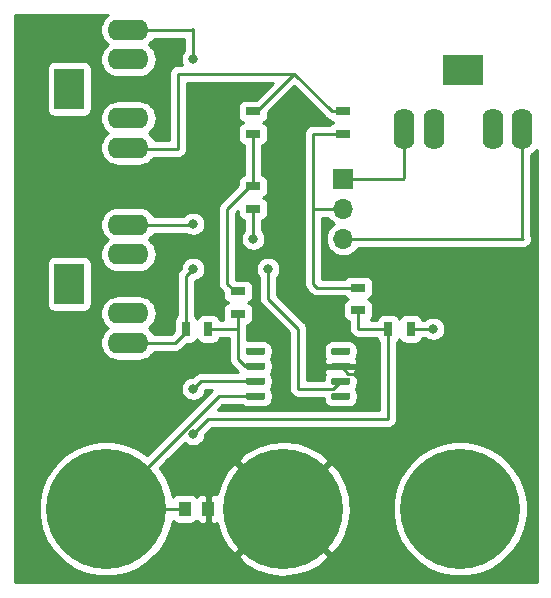
<source format=gbr>
G04 #@! TF.GenerationSoftware,KiCad,Pcbnew,(5.1.2)-1*
G04 #@! TF.CreationDate,2019-05-17T11:10:19-07:00*
G04 #@! TF.ProjectId,VNA2019soundcard,564e4132-3031-4397-936f-756e64636172,rev?*
G04 #@! TF.SameCoordinates,Original*
G04 #@! TF.FileFunction,Copper,L1,Top*
G04 #@! TF.FilePolarity,Positive*
%FSLAX46Y46*%
G04 Gerber Fmt 4.6, Leading zero omitted, Abs format (unit mm)*
G04 Created by KiCad (PCBNEW (5.1.2)-1) date 2019-05-17 11:10:19*
%MOMM*%
%LPD*%
G04 APERTURE LIST*
%ADD10O,3.500000X1.750000*%
%ADD11R,2.500000X3.500000*%
%ADD12O,1.750000X3.500000*%
%ADD13R,3.500000X2.500000*%
%ADD14C,10.160000*%
%ADD15C,0.100000*%
%ADD16C,0.600000*%
%ADD17R,0.700000X1.300000*%
%ADD18R,1.300000X0.700000*%
%ADD19R,1.000000X1.250000*%
%ADD20R,1.700000X1.700000*%
%ADD21O,1.700000X1.700000*%
%ADD22C,0.800000*%
%ADD23C,0.250000*%
%ADD24C,0.254000*%
G04 APERTURE END LIST*
D10*
X32620000Y-60920000D03*
X32620000Y-55920000D03*
X32620000Y-63420000D03*
X32620000Y-53420000D03*
D11*
X27614000Y-58420000D03*
D10*
X32620000Y-77430000D03*
X32620000Y-72430000D03*
X32620000Y-79930000D03*
X32620000Y-69930000D03*
D11*
X27614000Y-74930000D03*
D12*
X58460000Y-61830000D03*
X63460000Y-61830000D03*
X55960000Y-61830000D03*
X65960000Y-61830000D03*
D13*
X60960000Y-56824000D03*
D14*
X30730000Y-93980000D03*
X60700000Y-93980000D03*
X45720000Y-93980000D03*
D15*
G36*
X51254703Y-80345722D02*
G01*
X51269264Y-80347882D01*
X51283543Y-80351459D01*
X51297403Y-80356418D01*
X51310710Y-80362712D01*
X51323336Y-80370280D01*
X51335159Y-80379048D01*
X51346066Y-80388934D01*
X51355952Y-80399841D01*
X51364720Y-80411664D01*
X51372288Y-80424290D01*
X51378582Y-80437597D01*
X51383541Y-80451457D01*
X51387118Y-80465736D01*
X51389278Y-80480297D01*
X51390000Y-80495000D01*
X51390000Y-80795000D01*
X51389278Y-80809703D01*
X51387118Y-80824264D01*
X51383541Y-80838543D01*
X51378582Y-80852403D01*
X51372288Y-80865710D01*
X51364720Y-80878336D01*
X51355952Y-80890159D01*
X51346066Y-80901066D01*
X51335159Y-80910952D01*
X51323336Y-80919720D01*
X51310710Y-80927288D01*
X51297403Y-80933582D01*
X51283543Y-80938541D01*
X51269264Y-80942118D01*
X51254703Y-80944278D01*
X51240000Y-80945000D01*
X49940000Y-80945000D01*
X49925297Y-80944278D01*
X49910736Y-80942118D01*
X49896457Y-80938541D01*
X49882597Y-80933582D01*
X49869290Y-80927288D01*
X49856664Y-80919720D01*
X49844841Y-80910952D01*
X49833934Y-80901066D01*
X49824048Y-80890159D01*
X49815280Y-80878336D01*
X49807712Y-80865710D01*
X49801418Y-80852403D01*
X49796459Y-80838543D01*
X49792882Y-80824264D01*
X49790722Y-80809703D01*
X49790000Y-80795000D01*
X49790000Y-80495000D01*
X49790722Y-80480297D01*
X49792882Y-80465736D01*
X49796459Y-80451457D01*
X49801418Y-80437597D01*
X49807712Y-80424290D01*
X49815280Y-80411664D01*
X49824048Y-80399841D01*
X49833934Y-80388934D01*
X49844841Y-80379048D01*
X49856664Y-80370280D01*
X49869290Y-80362712D01*
X49882597Y-80356418D01*
X49896457Y-80351459D01*
X49910736Y-80347882D01*
X49925297Y-80345722D01*
X49940000Y-80345000D01*
X51240000Y-80345000D01*
X51254703Y-80345722D01*
X51254703Y-80345722D01*
G37*
D16*
X50590000Y-80645000D03*
D15*
G36*
X51254703Y-81615722D02*
G01*
X51269264Y-81617882D01*
X51283543Y-81621459D01*
X51297403Y-81626418D01*
X51310710Y-81632712D01*
X51323336Y-81640280D01*
X51335159Y-81649048D01*
X51346066Y-81658934D01*
X51355952Y-81669841D01*
X51364720Y-81681664D01*
X51372288Y-81694290D01*
X51378582Y-81707597D01*
X51383541Y-81721457D01*
X51387118Y-81735736D01*
X51389278Y-81750297D01*
X51390000Y-81765000D01*
X51390000Y-82065000D01*
X51389278Y-82079703D01*
X51387118Y-82094264D01*
X51383541Y-82108543D01*
X51378582Y-82122403D01*
X51372288Y-82135710D01*
X51364720Y-82148336D01*
X51355952Y-82160159D01*
X51346066Y-82171066D01*
X51335159Y-82180952D01*
X51323336Y-82189720D01*
X51310710Y-82197288D01*
X51297403Y-82203582D01*
X51283543Y-82208541D01*
X51269264Y-82212118D01*
X51254703Y-82214278D01*
X51240000Y-82215000D01*
X49940000Y-82215000D01*
X49925297Y-82214278D01*
X49910736Y-82212118D01*
X49896457Y-82208541D01*
X49882597Y-82203582D01*
X49869290Y-82197288D01*
X49856664Y-82189720D01*
X49844841Y-82180952D01*
X49833934Y-82171066D01*
X49824048Y-82160159D01*
X49815280Y-82148336D01*
X49807712Y-82135710D01*
X49801418Y-82122403D01*
X49796459Y-82108543D01*
X49792882Y-82094264D01*
X49790722Y-82079703D01*
X49790000Y-82065000D01*
X49790000Y-81765000D01*
X49790722Y-81750297D01*
X49792882Y-81735736D01*
X49796459Y-81721457D01*
X49801418Y-81707597D01*
X49807712Y-81694290D01*
X49815280Y-81681664D01*
X49824048Y-81669841D01*
X49833934Y-81658934D01*
X49844841Y-81649048D01*
X49856664Y-81640280D01*
X49869290Y-81632712D01*
X49882597Y-81626418D01*
X49896457Y-81621459D01*
X49910736Y-81617882D01*
X49925297Y-81615722D01*
X49940000Y-81615000D01*
X51240000Y-81615000D01*
X51254703Y-81615722D01*
X51254703Y-81615722D01*
G37*
D16*
X50590000Y-81915000D03*
D15*
G36*
X51254703Y-82885722D02*
G01*
X51269264Y-82887882D01*
X51283543Y-82891459D01*
X51297403Y-82896418D01*
X51310710Y-82902712D01*
X51323336Y-82910280D01*
X51335159Y-82919048D01*
X51346066Y-82928934D01*
X51355952Y-82939841D01*
X51364720Y-82951664D01*
X51372288Y-82964290D01*
X51378582Y-82977597D01*
X51383541Y-82991457D01*
X51387118Y-83005736D01*
X51389278Y-83020297D01*
X51390000Y-83035000D01*
X51390000Y-83335000D01*
X51389278Y-83349703D01*
X51387118Y-83364264D01*
X51383541Y-83378543D01*
X51378582Y-83392403D01*
X51372288Y-83405710D01*
X51364720Y-83418336D01*
X51355952Y-83430159D01*
X51346066Y-83441066D01*
X51335159Y-83450952D01*
X51323336Y-83459720D01*
X51310710Y-83467288D01*
X51297403Y-83473582D01*
X51283543Y-83478541D01*
X51269264Y-83482118D01*
X51254703Y-83484278D01*
X51240000Y-83485000D01*
X49940000Y-83485000D01*
X49925297Y-83484278D01*
X49910736Y-83482118D01*
X49896457Y-83478541D01*
X49882597Y-83473582D01*
X49869290Y-83467288D01*
X49856664Y-83459720D01*
X49844841Y-83450952D01*
X49833934Y-83441066D01*
X49824048Y-83430159D01*
X49815280Y-83418336D01*
X49807712Y-83405710D01*
X49801418Y-83392403D01*
X49796459Y-83378543D01*
X49792882Y-83364264D01*
X49790722Y-83349703D01*
X49790000Y-83335000D01*
X49790000Y-83035000D01*
X49790722Y-83020297D01*
X49792882Y-83005736D01*
X49796459Y-82991457D01*
X49801418Y-82977597D01*
X49807712Y-82964290D01*
X49815280Y-82951664D01*
X49824048Y-82939841D01*
X49833934Y-82928934D01*
X49844841Y-82919048D01*
X49856664Y-82910280D01*
X49869290Y-82902712D01*
X49882597Y-82896418D01*
X49896457Y-82891459D01*
X49910736Y-82887882D01*
X49925297Y-82885722D01*
X49940000Y-82885000D01*
X51240000Y-82885000D01*
X51254703Y-82885722D01*
X51254703Y-82885722D01*
G37*
D16*
X50590000Y-83185000D03*
D15*
G36*
X51254703Y-84155722D02*
G01*
X51269264Y-84157882D01*
X51283543Y-84161459D01*
X51297403Y-84166418D01*
X51310710Y-84172712D01*
X51323336Y-84180280D01*
X51335159Y-84189048D01*
X51346066Y-84198934D01*
X51355952Y-84209841D01*
X51364720Y-84221664D01*
X51372288Y-84234290D01*
X51378582Y-84247597D01*
X51383541Y-84261457D01*
X51387118Y-84275736D01*
X51389278Y-84290297D01*
X51390000Y-84305000D01*
X51390000Y-84605000D01*
X51389278Y-84619703D01*
X51387118Y-84634264D01*
X51383541Y-84648543D01*
X51378582Y-84662403D01*
X51372288Y-84675710D01*
X51364720Y-84688336D01*
X51355952Y-84700159D01*
X51346066Y-84711066D01*
X51335159Y-84720952D01*
X51323336Y-84729720D01*
X51310710Y-84737288D01*
X51297403Y-84743582D01*
X51283543Y-84748541D01*
X51269264Y-84752118D01*
X51254703Y-84754278D01*
X51240000Y-84755000D01*
X49940000Y-84755000D01*
X49925297Y-84754278D01*
X49910736Y-84752118D01*
X49896457Y-84748541D01*
X49882597Y-84743582D01*
X49869290Y-84737288D01*
X49856664Y-84729720D01*
X49844841Y-84720952D01*
X49833934Y-84711066D01*
X49824048Y-84700159D01*
X49815280Y-84688336D01*
X49807712Y-84675710D01*
X49801418Y-84662403D01*
X49796459Y-84648543D01*
X49792882Y-84634264D01*
X49790722Y-84619703D01*
X49790000Y-84605000D01*
X49790000Y-84305000D01*
X49790722Y-84290297D01*
X49792882Y-84275736D01*
X49796459Y-84261457D01*
X49801418Y-84247597D01*
X49807712Y-84234290D01*
X49815280Y-84221664D01*
X49824048Y-84209841D01*
X49833934Y-84198934D01*
X49844841Y-84189048D01*
X49856664Y-84180280D01*
X49869290Y-84172712D01*
X49882597Y-84166418D01*
X49896457Y-84161459D01*
X49910736Y-84157882D01*
X49925297Y-84155722D01*
X49940000Y-84155000D01*
X51240000Y-84155000D01*
X51254703Y-84155722D01*
X51254703Y-84155722D01*
G37*
D16*
X50590000Y-84455000D03*
D15*
G36*
X44054703Y-84155722D02*
G01*
X44069264Y-84157882D01*
X44083543Y-84161459D01*
X44097403Y-84166418D01*
X44110710Y-84172712D01*
X44123336Y-84180280D01*
X44135159Y-84189048D01*
X44146066Y-84198934D01*
X44155952Y-84209841D01*
X44164720Y-84221664D01*
X44172288Y-84234290D01*
X44178582Y-84247597D01*
X44183541Y-84261457D01*
X44187118Y-84275736D01*
X44189278Y-84290297D01*
X44190000Y-84305000D01*
X44190000Y-84605000D01*
X44189278Y-84619703D01*
X44187118Y-84634264D01*
X44183541Y-84648543D01*
X44178582Y-84662403D01*
X44172288Y-84675710D01*
X44164720Y-84688336D01*
X44155952Y-84700159D01*
X44146066Y-84711066D01*
X44135159Y-84720952D01*
X44123336Y-84729720D01*
X44110710Y-84737288D01*
X44097403Y-84743582D01*
X44083543Y-84748541D01*
X44069264Y-84752118D01*
X44054703Y-84754278D01*
X44040000Y-84755000D01*
X42740000Y-84755000D01*
X42725297Y-84754278D01*
X42710736Y-84752118D01*
X42696457Y-84748541D01*
X42682597Y-84743582D01*
X42669290Y-84737288D01*
X42656664Y-84729720D01*
X42644841Y-84720952D01*
X42633934Y-84711066D01*
X42624048Y-84700159D01*
X42615280Y-84688336D01*
X42607712Y-84675710D01*
X42601418Y-84662403D01*
X42596459Y-84648543D01*
X42592882Y-84634264D01*
X42590722Y-84619703D01*
X42590000Y-84605000D01*
X42590000Y-84305000D01*
X42590722Y-84290297D01*
X42592882Y-84275736D01*
X42596459Y-84261457D01*
X42601418Y-84247597D01*
X42607712Y-84234290D01*
X42615280Y-84221664D01*
X42624048Y-84209841D01*
X42633934Y-84198934D01*
X42644841Y-84189048D01*
X42656664Y-84180280D01*
X42669290Y-84172712D01*
X42682597Y-84166418D01*
X42696457Y-84161459D01*
X42710736Y-84157882D01*
X42725297Y-84155722D01*
X42740000Y-84155000D01*
X44040000Y-84155000D01*
X44054703Y-84155722D01*
X44054703Y-84155722D01*
G37*
D16*
X43390000Y-84455000D03*
D15*
G36*
X44054703Y-82885722D02*
G01*
X44069264Y-82887882D01*
X44083543Y-82891459D01*
X44097403Y-82896418D01*
X44110710Y-82902712D01*
X44123336Y-82910280D01*
X44135159Y-82919048D01*
X44146066Y-82928934D01*
X44155952Y-82939841D01*
X44164720Y-82951664D01*
X44172288Y-82964290D01*
X44178582Y-82977597D01*
X44183541Y-82991457D01*
X44187118Y-83005736D01*
X44189278Y-83020297D01*
X44190000Y-83035000D01*
X44190000Y-83335000D01*
X44189278Y-83349703D01*
X44187118Y-83364264D01*
X44183541Y-83378543D01*
X44178582Y-83392403D01*
X44172288Y-83405710D01*
X44164720Y-83418336D01*
X44155952Y-83430159D01*
X44146066Y-83441066D01*
X44135159Y-83450952D01*
X44123336Y-83459720D01*
X44110710Y-83467288D01*
X44097403Y-83473582D01*
X44083543Y-83478541D01*
X44069264Y-83482118D01*
X44054703Y-83484278D01*
X44040000Y-83485000D01*
X42740000Y-83485000D01*
X42725297Y-83484278D01*
X42710736Y-83482118D01*
X42696457Y-83478541D01*
X42682597Y-83473582D01*
X42669290Y-83467288D01*
X42656664Y-83459720D01*
X42644841Y-83450952D01*
X42633934Y-83441066D01*
X42624048Y-83430159D01*
X42615280Y-83418336D01*
X42607712Y-83405710D01*
X42601418Y-83392403D01*
X42596459Y-83378543D01*
X42592882Y-83364264D01*
X42590722Y-83349703D01*
X42590000Y-83335000D01*
X42590000Y-83035000D01*
X42590722Y-83020297D01*
X42592882Y-83005736D01*
X42596459Y-82991457D01*
X42601418Y-82977597D01*
X42607712Y-82964290D01*
X42615280Y-82951664D01*
X42624048Y-82939841D01*
X42633934Y-82928934D01*
X42644841Y-82919048D01*
X42656664Y-82910280D01*
X42669290Y-82902712D01*
X42682597Y-82896418D01*
X42696457Y-82891459D01*
X42710736Y-82887882D01*
X42725297Y-82885722D01*
X42740000Y-82885000D01*
X44040000Y-82885000D01*
X44054703Y-82885722D01*
X44054703Y-82885722D01*
G37*
D16*
X43390000Y-83185000D03*
D15*
G36*
X44054703Y-81615722D02*
G01*
X44069264Y-81617882D01*
X44083543Y-81621459D01*
X44097403Y-81626418D01*
X44110710Y-81632712D01*
X44123336Y-81640280D01*
X44135159Y-81649048D01*
X44146066Y-81658934D01*
X44155952Y-81669841D01*
X44164720Y-81681664D01*
X44172288Y-81694290D01*
X44178582Y-81707597D01*
X44183541Y-81721457D01*
X44187118Y-81735736D01*
X44189278Y-81750297D01*
X44190000Y-81765000D01*
X44190000Y-82065000D01*
X44189278Y-82079703D01*
X44187118Y-82094264D01*
X44183541Y-82108543D01*
X44178582Y-82122403D01*
X44172288Y-82135710D01*
X44164720Y-82148336D01*
X44155952Y-82160159D01*
X44146066Y-82171066D01*
X44135159Y-82180952D01*
X44123336Y-82189720D01*
X44110710Y-82197288D01*
X44097403Y-82203582D01*
X44083543Y-82208541D01*
X44069264Y-82212118D01*
X44054703Y-82214278D01*
X44040000Y-82215000D01*
X42740000Y-82215000D01*
X42725297Y-82214278D01*
X42710736Y-82212118D01*
X42696457Y-82208541D01*
X42682597Y-82203582D01*
X42669290Y-82197288D01*
X42656664Y-82189720D01*
X42644841Y-82180952D01*
X42633934Y-82171066D01*
X42624048Y-82160159D01*
X42615280Y-82148336D01*
X42607712Y-82135710D01*
X42601418Y-82122403D01*
X42596459Y-82108543D01*
X42592882Y-82094264D01*
X42590722Y-82079703D01*
X42590000Y-82065000D01*
X42590000Y-81765000D01*
X42590722Y-81750297D01*
X42592882Y-81735736D01*
X42596459Y-81721457D01*
X42601418Y-81707597D01*
X42607712Y-81694290D01*
X42615280Y-81681664D01*
X42624048Y-81669841D01*
X42633934Y-81658934D01*
X42644841Y-81649048D01*
X42656664Y-81640280D01*
X42669290Y-81632712D01*
X42682597Y-81626418D01*
X42696457Y-81621459D01*
X42710736Y-81617882D01*
X42725297Y-81615722D01*
X42740000Y-81615000D01*
X44040000Y-81615000D01*
X44054703Y-81615722D01*
X44054703Y-81615722D01*
G37*
D16*
X43390000Y-81915000D03*
D15*
G36*
X44054703Y-80345722D02*
G01*
X44069264Y-80347882D01*
X44083543Y-80351459D01*
X44097403Y-80356418D01*
X44110710Y-80362712D01*
X44123336Y-80370280D01*
X44135159Y-80379048D01*
X44146066Y-80388934D01*
X44155952Y-80399841D01*
X44164720Y-80411664D01*
X44172288Y-80424290D01*
X44178582Y-80437597D01*
X44183541Y-80451457D01*
X44187118Y-80465736D01*
X44189278Y-80480297D01*
X44190000Y-80495000D01*
X44190000Y-80795000D01*
X44189278Y-80809703D01*
X44187118Y-80824264D01*
X44183541Y-80838543D01*
X44178582Y-80852403D01*
X44172288Y-80865710D01*
X44164720Y-80878336D01*
X44155952Y-80890159D01*
X44146066Y-80901066D01*
X44135159Y-80910952D01*
X44123336Y-80919720D01*
X44110710Y-80927288D01*
X44097403Y-80933582D01*
X44083543Y-80938541D01*
X44069264Y-80942118D01*
X44054703Y-80944278D01*
X44040000Y-80945000D01*
X42740000Y-80945000D01*
X42725297Y-80944278D01*
X42710736Y-80942118D01*
X42696457Y-80938541D01*
X42682597Y-80933582D01*
X42669290Y-80927288D01*
X42656664Y-80919720D01*
X42644841Y-80910952D01*
X42633934Y-80901066D01*
X42624048Y-80890159D01*
X42615280Y-80878336D01*
X42607712Y-80865710D01*
X42601418Y-80852403D01*
X42596459Y-80838543D01*
X42592882Y-80824264D01*
X42590722Y-80809703D01*
X42590000Y-80795000D01*
X42590000Y-80495000D01*
X42590722Y-80480297D01*
X42592882Y-80465736D01*
X42596459Y-80451457D01*
X42601418Y-80437597D01*
X42607712Y-80424290D01*
X42615280Y-80411664D01*
X42624048Y-80399841D01*
X42633934Y-80388934D01*
X42644841Y-80379048D01*
X42656664Y-80370280D01*
X42669290Y-80362712D01*
X42682597Y-80356418D01*
X42696457Y-80351459D01*
X42710736Y-80347882D01*
X42725297Y-80345722D01*
X42740000Y-80345000D01*
X44040000Y-80345000D01*
X44054703Y-80345722D01*
X44054703Y-80345722D01*
G37*
D16*
X43390000Y-80645000D03*
D17*
X56510000Y-78740000D03*
X54610000Y-78740000D03*
D18*
X50800000Y-60330000D03*
X50800000Y-62230000D03*
X52070000Y-75250000D03*
X52070000Y-77150000D03*
X41910000Y-75570000D03*
X41910000Y-77470000D03*
X43180000Y-66680000D03*
X43180000Y-68580000D03*
X43180000Y-60330000D03*
X43180000Y-62230000D03*
D17*
X39370000Y-78740000D03*
X37470000Y-78740000D03*
D19*
X39370000Y-93980000D03*
X37370000Y-93980000D03*
D20*
X50800000Y-66040000D03*
D21*
X50800000Y-68580000D03*
X50800000Y-71120000D03*
D22*
X52070000Y-88900000D03*
X52070000Y-82550000D03*
X38100000Y-83820000D03*
X38102653Y-87632653D03*
X58420000Y-78740000D03*
X43180000Y-71120000D03*
X38100000Y-69850000D03*
X38100000Y-55880000D03*
X38100000Y-73660000D03*
X44450000Y-73660000D03*
D23*
X45720000Y-93980000D02*
X50800000Y-88900000D01*
X50800000Y-88900000D02*
X52070000Y-88900000D01*
X51225000Y-82550000D02*
X50590000Y-81915000D01*
X52070000Y-82550000D02*
X51225000Y-82550000D01*
X40255000Y-84455000D02*
X43390000Y-84455000D01*
X30730000Y-93980000D02*
X40255000Y-84455000D01*
X37370000Y-93980000D02*
X30730000Y-93980000D01*
X42490000Y-81915000D02*
X43390000Y-81915000D01*
X41910000Y-81335000D02*
X42490000Y-81915000D01*
X39970000Y-78740000D02*
X41910000Y-78740000D01*
X39370000Y-78740000D02*
X39970000Y-78740000D01*
X41910000Y-77470000D02*
X41910000Y-78740000D01*
X41910000Y-78740000D02*
X41910000Y-81335000D01*
X43180000Y-62230000D02*
X43180000Y-66680000D01*
X41910000Y-75570000D02*
X41610000Y-75570000D01*
X41610000Y-75570000D02*
X40970000Y-74930000D01*
X42880000Y-66680000D02*
X43180000Y-66680000D01*
X40970000Y-68590000D02*
X42880000Y-66680000D01*
X40970000Y-74930000D02*
X40970000Y-68590000D01*
X52070000Y-78740000D02*
X52070000Y-77150000D01*
X54610000Y-78740000D02*
X52070000Y-78740000D01*
X43390000Y-83185000D02*
X38735000Y-83185000D01*
X38735000Y-83185000D02*
X38100000Y-83820000D01*
X38102653Y-87632653D02*
X39375306Y-86360000D01*
X39375306Y-86360000D02*
X54610000Y-86360000D01*
X54610000Y-86360000D02*
X54610000Y-78740000D01*
X56510000Y-78740000D02*
X58420000Y-78740000D01*
X43180000Y-68580000D02*
X43180000Y-71120000D01*
X33495000Y-63420000D02*
X33575000Y-63500000D01*
X33575000Y-63500000D02*
X36830000Y-63500000D01*
X36830000Y-63500000D02*
X36830000Y-57150000D01*
X32620000Y-63420000D02*
X33495000Y-63420000D01*
X36830000Y-57150000D02*
X46660000Y-57150000D01*
X43480000Y-60330000D02*
X43180000Y-60330000D01*
X46660000Y-57150000D02*
X43480000Y-60330000D01*
X49840000Y-60330000D02*
X50800000Y-60330000D01*
X46660000Y-57150000D02*
X49840000Y-60330000D01*
X38020000Y-69930000D02*
X38100000Y-69850000D01*
X32620000Y-69930000D02*
X38020000Y-69930000D01*
X38100000Y-55880000D02*
X38100000Y-53340000D01*
X38020000Y-53420000D02*
X32620000Y-53420000D01*
X38100000Y-53340000D02*
X38020000Y-53420000D01*
X37470000Y-79040000D02*
X37470000Y-78740000D01*
X36580000Y-79930000D02*
X37470000Y-79040000D01*
X32620000Y-79930000D02*
X36580000Y-79930000D01*
X37470000Y-78740000D02*
X37470000Y-74290000D01*
X37470000Y-74290000D02*
X38100000Y-73660000D01*
X49955000Y-83820000D02*
X50590000Y-83185000D01*
X46990000Y-83820000D02*
X49955000Y-83820000D01*
X46990000Y-78740000D02*
X46990000Y-83820000D01*
X44450000Y-73660000D02*
X44450000Y-76200000D01*
X44450000Y-76200000D02*
X46990000Y-78740000D01*
X50800000Y-66040000D02*
X55880000Y-66040000D01*
X55960000Y-65960000D02*
X55960000Y-61830000D01*
X55880000Y-66040000D02*
X55960000Y-65960000D01*
X50800000Y-71120000D02*
X66040000Y-71120000D01*
X65960000Y-71040000D02*
X65960000Y-61830000D01*
X66040000Y-71120000D02*
X65960000Y-71040000D01*
X50800000Y-68580000D02*
X48260000Y-68580000D01*
X48260000Y-68580000D02*
X48260000Y-62230000D01*
X48260000Y-62230000D02*
X50800000Y-62230000D01*
X52070000Y-75250000D02*
X48580000Y-75250000D01*
X48580000Y-75250000D02*
X48260000Y-74930000D01*
X48260000Y-74925002D02*
X48260000Y-68580000D01*
X48260000Y-74930000D02*
X48260000Y-74925002D01*
D24*
G36*
X30672103Y-52347103D02*
G01*
X30483406Y-52577030D01*
X30343192Y-52839352D01*
X30256849Y-53123988D01*
X30227694Y-53420000D01*
X30256849Y-53716012D01*
X30343192Y-54000648D01*
X30483406Y-54262970D01*
X30672103Y-54492897D01*
X30887903Y-54670000D01*
X30672103Y-54847103D01*
X30483406Y-55077030D01*
X30343192Y-55339352D01*
X30256849Y-55623988D01*
X30227694Y-55920000D01*
X30256849Y-56216012D01*
X30343192Y-56500648D01*
X30483406Y-56762970D01*
X30672103Y-56992897D01*
X30902030Y-57181594D01*
X31164352Y-57321808D01*
X31448988Y-57408151D01*
X31670822Y-57430000D01*
X33569178Y-57430000D01*
X33791012Y-57408151D01*
X34075648Y-57321808D01*
X34337970Y-57181594D01*
X34567897Y-56992897D01*
X34756594Y-56762970D01*
X34896808Y-56500648D01*
X34983151Y-56216012D01*
X35012306Y-55920000D01*
X34983151Y-55623988D01*
X34896808Y-55339352D01*
X34756594Y-55077030D01*
X34567897Y-54847103D01*
X34352097Y-54670000D01*
X34567897Y-54492897D01*
X34756594Y-54262970D01*
X34800942Y-54180000D01*
X37340001Y-54180000D01*
X37340000Y-55176289D01*
X37296063Y-55220226D01*
X37182795Y-55389744D01*
X37104774Y-55578102D01*
X37065000Y-55778061D01*
X37065000Y-55981939D01*
X37104774Y-56181898D01*
X37182795Y-56370256D01*
X37195987Y-56390000D01*
X36867333Y-56390000D01*
X36830000Y-56386323D01*
X36792667Y-56390000D01*
X36681014Y-56400997D01*
X36537753Y-56444454D01*
X36405724Y-56515026D01*
X36289999Y-56609999D01*
X36195026Y-56725724D01*
X36124454Y-56857753D01*
X36080997Y-57001014D01*
X36066323Y-57150000D01*
X36070001Y-57187343D01*
X36070000Y-62740000D01*
X34843703Y-62740000D01*
X34756594Y-62577030D01*
X34567897Y-62347103D01*
X34352097Y-62170000D01*
X34567897Y-61992897D01*
X34756594Y-61762970D01*
X34896808Y-61500648D01*
X34983151Y-61216012D01*
X35012306Y-60920000D01*
X34983151Y-60623988D01*
X34896808Y-60339352D01*
X34756594Y-60077030D01*
X34567897Y-59847103D01*
X34337970Y-59658406D01*
X34075648Y-59518192D01*
X33791012Y-59431849D01*
X33569178Y-59410000D01*
X31670822Y-59410000D01*
X31448988Y-59431849D01*
X31164352Y-59518192D01*
X30902030Y-59658406D01*
X30672103Y-59847103D01*
X30483406Y-60077030D01*
X30343192Y-60339352D01*
X30256849Y-60623988D01*
X30227694Y-60920000D01*
X30256849Y-61216012D01*
X30343192Y-61500648D01*
X30483406Y-61762970D01*
X30672103Y-61992897D01*
X30887903Y-62170000D01*
X30672103Y-62347103D01*
X30483406Y-62577030D01*
X30343192Y-62839352D01*
X30256849Y-63123988D01*
X30227694Y-63420000D01*
X30256849Y-63716012D01*
X30343192Y-64000648D01*
X30483406Y-64262970D01*
X30672103Y-64492897D01*
X30902030Y-64681594D01*
X31164352Y-64821808D01*
X31448988Y-64908151D01*
X31670822Y-64930000D01*
X33569178Y-64930000D01*
X33791012Y-64908151D01*
X34075648Y-64821808D01*
X34337970Y-64681594D01*
X34567897Y-64492897D01*
X34756594Y-64262970D01*
X34758181Y-64260000D01*
X36792667Y-64260000D01*
X36830000Y-64263677D01*
X36867333Y-64260000D01*
X36978986Y-64249003D01*
X37122247Y-64205546D01*
X37254276Y-64134974D01*
X37370001Y-64040001D01*
X37464974Y-63924276D01*
X37535546Y-63792247D01*
X37579003Y-63648986D01*
X37586882Y-63568986D01*
X37590000Y-63537333D01*
X37590000Y-63537332D01*
X37593677Y-63500000D01*
X37590000Y-63462667D01*
X37590000Y-57910000D01*
X44825198Y-57910000D01*
X43393271Y-59341928D01*
X42530000Y-59341928D01*
X42405518Y-59354188D01*
X42285820Y-59390498D01*
X42175506Y-59449463D01*
X42078815Y-59528815D01*
X41999463Y-59625506D01*
X41940498Y-59735820D01*
X41904188Y-59855518D01*
X41891928Y-59980000D01*
X41891928Y-60680000D01*
X41904188Y-60804482D01*
X41940498Y-60924180D01*
X41999463Y-61034494D01*
X42078815Y-61131185D01*
X42175506Y-61210537D01*
X42285820Y-61269502D01*
X42320427Y-61280000D01*
X42285820Y-61290498D01*
X42175506Y-61349463D01*
X42078815Y-61428815D01*
X41999463Y-61525506D01*
X41940498Y-61635820D01*
X41904188Y-61755518D01*
X41891928Y-61880000D01*
X41891928Y-62580000D01*
X41904188Y-62704482D01*
X41940498Y-62824180D01*
X41999463Y-62934494D01*
X42078815Y-63031185D01*
X42175506Y-63110537D01*
X42285820Y-63169502D01*
X42405518Y-63205812D01*
X42420000Y-63207238D01*
X42420001Y-65702762D01*
X42405518Y-65704188D01*
X42285820Y-65740498D01*
X42175506Y-65799463D01*
X42078815Y-65878815D01*
X41999463Y-65975506D01*
X41940498Y-66085820D01*
X41904188Y-66205518D01*
X41891928Y-66330000D01*
X41891928Y-66593270D01*
X40458998Y-68026201D01*
X40430000Y-68049999D01*
X40406202Y-68078997D01*
X40406201Y-68078998D01*
X40335026Y-68165724D01*
X40264454Y-68297754D01*
X40234180Y-68397558D01*
X40224032Y-68431014D01*
X40220998Y-68441015D01*
X40206324Y-68590000D01*
X40210001Y-68627332D01*
X40210000Y-74892677D01*
X40206324Y-74930000D01*
X40210000Y-74967322D01*
X40210000Y-74967332D01*
X40220997Y-75078985D01*
X40241242Y-75145724D01*
X40264454Y-75222246D01*
X40335026Y-75354276D01*
X40371718Y-75398985D01*
X40429999Y-75470001D01*
X40459002Y-75493803D01*
X40621928Y-75656729D01*
X40621928Y-75920000D01*
X40634188Y-76044482D01*
X40670498Y-76164180D01*
X40729463Y-76274494D01*
X40808815Y-76371185D01*
X40905506Y-76450537D01*
X41015820Y-76509502D01*
X41050427Y-76520000D01*
X41015820Y-76530498D01*
X40905506Y-76589463D01*
X40808815Y-76668815D01*
X40729463Y-76765506D01*
X40670498Y-76875820D01*
X40634188Y-76995518D01*
X40621928Y-77120000D01*
X40621928Y-77820000D01*
X40634188Y-77944482D01*
X40644962Y-77980000D01*
X40347238Y-77980000D01*
X40345812Y-77965518D01*
X40309502Y-77845820D01*
X40250537Y-77735506D01*
X40171185Y-77638815D01*
X40074494Y-77559463D01*
X39964180Y-77500498D01*
X39844482Y-77464188D01*
X39720000Y-77451928D01*
X39020000Y-77451928D01*
X38895518Y-77464188D01*
X38775820Y-77500498D01*
X38665506Y-77559463D01*
X38568815Y-77638815D01*
X38489463Y-77735506D01*
X38430498Y-77845820D01*
X38420000Y-77880427D01*
X38409502Y-77845820D01*
X38350537Y-77735506D01*
X38271185Y-77638815D01*
X38230000Y-77605015D01*
X38230000Y-74689418D01*
X38401898Y-74655226D01*
X38590256Y-74577205D01*
X38759774Y-74463937D01*
X38903937Y-74319774D01*
X39017205Y-74150256D01*
X39095226Y-73961898D01*
X39135000Y-73761939D01*
X39135000Y-73558061D01*
X39095226Y-73358102D01*
X39017205Y-73169744D01*
X38903937Y-73000226D01*
X38759774Y-72856063D01*
X38590256Y-72742795D01*
X38401898Y-72664774D01*
X38201939Y-72625000D01*
X37998061Y-72625000D01*
X37798102Y-72664774D01*
X37609744Y-72742795D01*
X37440226Y-72856063D01*
X37296063Y-73000226D01*
X37182795Y-73169744D01*
X37104774Y-73358102D01*
X37065000Y-73558061D01*
X37065000Y-73620199D01*
X36958998Y-73726201D01*
X36930000Y-73749999D01*
X36906202Y-73778997D01*
X36906201Y-73778998D01*
X36835026Y-73865724D01*
X36764454Y-73997754D01*
X36720998Y-74141015D01*
X36706324Y-74290000D01*
X36710001Y-74327332D01*
X36710000Y-77605015D01*
X36668815Y-77638815D01*
X36589463Y-77735506D01*
X36530498Y-77845820D01*
X36494188Y-77965518D01*
X36481928Y-78090000D01*
X36481928Y-78953271D01*
X36265199Y-79170000D01*
X34800942Y-79170000D01*
X34756594Y-79087030D01*
X34567897Y-78857103D01*
X34352097Y-78680000D01*
X34567897Y-78502897D01*
X34756594Y-78272970D01*
X34896808Y-78010648D01*
X34983151Y-77726012D01*
X35012306Y-77430000D01*
X34983151Y-77133988D01*
X34896808Y-76849352D01*
X34756594Y-76587030D01*
X34567897Y-76357103D01*
X34337970Y-76168406D01*
X34075648Y-76028192D01*
X33791012Y-75941849D01*
X33569178Y-75920000D01*
X31670822Y-75920000D01*
X31448988Y-75941849D01*
X31164352Y-76028192D01*
X30902030Y-76168406D01*
X30672103Y-76357103D01*
X30483406Y-76587030D01*
X30343192Y-76849352D01*
X30256849Y-77133988D01*
X30227694Y-77430000D01*
X30256849Y-77726012D01*
X30343192Y-78010648D01*
X30483406Y-78272970D01*
X30672103Y-78502897D01*
X30887903Y-78680000D01*
X30672103Y-78857103D01*
X30483406Y-79087030D01*
X30343192Y-79349352D01*
X30256849Y-79633988D01*
X30227694Y-79930000D01*
X30256849Y-80226012D01*
X30343192Y-80510648D01*
X30483406Y-80772970D01*
X30672103Y-81002897D01*
X30902030Y-81191594D01*
X31164352Y-81331808D01*
X31448988Y-81418151D01*
X31670822Y-81440000D01*
X33569178Y-81440000D01*
X33791012Y-81418151D01*
X34075648Y-81331808D01*
X34337970Y-81191594D01*
X34567897Y-81002897D01*
X34756594Y-80772970D01*
X34800942Y-80690000D01*
X36542678Y-80690000D01*
X36580000Y-80693676D01*
X36617322Y-80690000D01*
X36617333Y-80690000D01*
X36728986Y-80679003D01*
X36872247Y-80635546D01*
X37004276Y-80564974D01*
X37120001Y-80470001D01*
X37143803Y-80440998D01*
X37556729Y-80028072D01*
X37820000Y-80028072D01*
X37944482Y-80015812D01*
X38064180Y-79979502D01*
X38174494Y-79920537D01*
X38271185Y-79841185D01*
X38350537Y-79744494D01*
X38409502Y-79634180D01*
X38420000Y-79599573D01*
X38430498Y-79634180D01*
X38489463Y-79744494D01*
X38568815Y-79841185D01*
X38665506Y-79920537D01*
X38775820Y-79979502D01*
X38895518Y-80015812D01*
X39020000Y-80028072D01*
X39720000Y-80028072D01*
X39844482Y-80015812D01*
X39964180Y-79979502D01*
X40074494Y-79920537D01*
X40171185Y-79841185D01*
X40250537Y-79744494D01*
X40309502Y-79634180D01*
X40345812Y-79514482D01*
X40347238Y-79500000D01*
X41150000Y-79500000D01*
X41150001Y-81297668D01*
X41146324Y-81335000D01*
X41150001Y-81372333D01*
X41160998Y-81483986D01*
X41163042Y-81490724D01*
X41204454Y-81627246D01*
X41275026Y-81759276D01*
X41346201Y-81846002D01*
X41370000Y-81875001D01*
X41398998Y-81898799D01*
X41925198Y-82425000D01*
X38772333Y-82425000D01*
X38735000Y-82421323D01*
X38697667Y-82425000D01*
X38586014Y-82435997D01*
X38442753Y-82479454D01*
X38310724Y-82550026D01*
X38194999Y-82644999D01*
X38171200Y-82673998D01*
X38060198Y-82785000D01*
X37998061Y-82785000D01*
X37798102Y-82824774D01*
X37609744Y-82902795D01*
X37440226Y-83016063D01*
X37296063Y-83160226D01*
X37182795Y-83329744D01*
X37104774Y-83518102D01*
X37065000Y-83718061D01*
X37065000Y-83921939D01*
X37104774Y-84121898D01*
X37182795Y-84310256D01*
X37296063Y-84479774D01*
X37440226Y-84623937D01*
X37609744Y-84737205D01*
X37798102Y-84815226D01*
X37998061Y-84855000D01*
X38201939Y-84855000D01*
X38401898Y-84815226D01*
X38590256Y-84737205D01*
X38759774Y-84623937D01*
X38903937Y-84479774D01*
X39017205Y-84310256D01*
X39095226Y-84121898D01*
X39130413Y-83945000D01*
X39690198Y-83945000D01*
X34205989Y-89429210D01*
X33437067Y-88915433D01*
X32397004Y-88484625D01*
X31292878Y-88265000D01*
X30167122Y-88265000D01*
X29062996Y-88484625D01*
X28022933Y-88915433D01*
X27086900Y-89540870D01*
X26290870Y-90336900D01*
X25665433Y-91272933D01*
X25234625Y-92312996D01*
X25015000Y-93417122D01*
X25015000Y-94542878D01*
X25234625Y-95647004D01*
X25665433Y-96687067D01*
X26290870Y-97623100D01*
X27086900Y-98419130D01*
X28022933Y-99044567D01*
X29062996Y-99475375D01*
X30167122Y-99695000D01*
X31292878Y-99695000D01*
X32397004Y-99475375D01*
X33437067Y-99044567D01*
X34373100Y-98419130D01*
X34775034Y-98017196D01*
X41862409Y-98017196D01*
X42448124Y-98699416D01*
X43431704Y-99247045D01*
X44503223Y-99592265D01*
X45621501Y-99721808D01*
X46743565Y-99630697D01*
X47826294Y-99322433D01*
X48828079Y-98808863D01*
X48991876Y-98699416D01*
X49577591Y-98017196D01*
X45720000Y-94159605D01*
X41862409Y-98017196D01*
X34775034Y-98017196D01*
X35169130Y-97623100D01*
X35794567Y-96687067D01*
X36225375Y-95647004D01*
X36357708Y-94981725D01*
X36418815Y-95056185D01*
X36515506Y-95135537D01*
X36625820Y-95194502D01*
X36745518Y-95230812D01*
X36870000Y-95243072D01*
X37870000Y-95243072D01*
X37994482Y-95230812D01*
X38114180Y-95194502D01*
X38224494Y-95135537D01*
X38321185Y-95056185D01*
X38370000Y-94996704D01*
X38418815Y-95056185D01*
X38515506Y-95135537D01*
X38625820Y-95194502D01*
X38745518Y-95230812D01*
X38870000Y-95243072D01*
X39084250Y-95240000D01*
X39243000Y-95081250D01*
X39243000Y-94107000D01*
X39223000Y-94107000D01*
X39223000Y-93853000D01*
X39243000Y-93853000D01*
X39243000Y-92878750D01*
X39497000Y-92878750D01*
X39497000Y-93853000D01*
X39517000Y-93853000D01*
X39517000Y-94107000D01*
X39497000Y-94107000D01*
X39497000Y-95081250D01*
X39655750Y-95240000D01*
X39870000Y-95243072D01*
X39994482Y-95230812D01*
X40114180Y-95194502D01*
X40122412Y-95190102D01*
X40377567Y-96086294D01*
X40891137Y-97088079D01*
X41000584Y-97251876D01*
X41682804Y-97837591D01*
X45540395Y-93980000D01*
X45899605Y-93980000D01*
X49757196Y-97837591D01*
X50439416Y-97251876D01*
X50987045Y-96268296D01*
X51332265Y-95196777D01*
X51461808Y-94078499D01*
X51408105Y-93417122D01*
X54985000Y-93417122D01*
X54985000Y-94542878D01*
X55204625Y-95647004D01*
X55635433Y-96687067D01*
X56260870Y-97623100D01*
X57056900Y-98419130D01*
X57992933Y-99044567D01*
X59032996Y-99475375D01*
X60137122Y-99695000D01*
X61262878Y-99695000D01*
X62367004Y-99475375D01*
X63407067Y-99044567D01*
X64343100Y-98419130D01*
X65139130Y-97623100D01*
X65764567Y-96687067D01*
X66195375Y-95647004D01*
X66415000Y-94542878D01*
X66415000Y-93417122D01*
X66195375Y-92312996D01*
X65764567Y-91272933D01*
X65139130Y-90336900D01*
X64343100Y-89540870D01*
X63407067Y-88915433D01*
X62367004Y-88484625D01*
X61262878Y-88265000D01*
X60137122Y-88265000D01*
X59032996Y-88484625D01*
X57992933Y-88915433D01*
X57056900Y-89540870D01*
X56260870Y-90336900D01*
X55635433Y-91272933D01*
X55204625Y-92312996D01*
X54985000Y-93417122D01*
X51408105Y-93417122D01*
X51370697Y-92956435D01*
X51062433Y-91873706D01*
X50548863Y-90871921D01*
X50439416Y-90708124D01*
X49757196Y-90122409D01*
X45899605Y-93980000D01*
X45540395Y-93980000D01*
X41682804Y-90122409D01*
X41000584Y-90708124D01*
X40452955Y-91691704D01*
X40107735Y-92763223D01*
X40107699Y-92763532D01*
X39994482Y-92729188D01*
X39870000Y-92716928D01*
X39655750Y-92720000D01*
X39497000Y-92878750D01*
X39243000Y-92878750D01*
X39084250Y-92720000D01*
X38870000Y-92716928D01*
X38745518Y-92729188D01*
X38625820Y-92765498D01*
X38515506Y-92824463D01*
X38418815Y-92903815D01*
X38370000Y-92963296D01*
X38321185Y-92903815D01*
X38224494Y-92824463D01*
X38114180Y-92765498D01*
X37994482Y-92729188D01*
X37870000Y-92716928D01*
X36870000Y-92716928D01*
X36745518Y-92729188D01*
X36625820Y-92765498D01*
X36515506Y-92824463D01*
X36418815Y-92903815D01*
X36357708Y-92978275D01*
X36225375Y-92312996D01*
X35794567Y-91272933D01*
X35280790Y-90504011D01*
X35841997Y-89942804D01*
X41862409Y-89942804D01*
X45720000Y-93800395D01*
X49577591Y-89942804D01*
X48991876Y-89260584D01*
X48008296Y-88712955D01*
X46936777Y-88367735D01*
X45818499Y-88238192D01*
X44696435Y-88329303D01*
X43613706Y-88637567D01*
X42611921Y-89151137D01*
X42448124Y-89260584D01*
X41862409Y-89942804D01*
X35841997Y-89942804D01*
X37395545Y-88389256D01*
X37442879Y-88436590D01*
X37612397Y-88549858D01*
X37800755Y-88627879D01*
X38000714Y-88667653D01*
X38204592Y-88667653D01*
X38404551Y-88627879D01*
X38592909Y-88549858D01*
X38762427Y-88436590D01*
X38906590Y-88292427D01*
X39019858Y-88122909D01*
X39097879Y-87934551D01*
X39137653Y-87734592D01*
X39137653Y-87672454D01*
X39690108Y-87120000D01*
X54572667Y-87120000D01*
X54610000Y-87123677D01*
X54647333Y-87120000D01*
X54758986Y-87109003D01*
X54902247Y-87065546D01*
X55034276Y-86994974D01*
X55150001Y-86900001D01*
X55244974Y-86784276D01*
X55315546Y-86652247D01*
X55359003Y-86508986D01*
X55373677Y-86360000D01*
X55370000Y-86322667D01*
X55370000Y-79874985D01*
X55411185Y-79841185D01*
X55490537Y-79744494D01*
X55549502Y-79634180D01*
X55560000Y-79599573D01*
X55570498Y-79634180D01*
X55629463Y-79744494D01*
X55708815Y-79841185D01*
X55805506Y-79920537D01*
X55915820Y-79979502D01*
X56035518Y-80015812D01*
X56160000Y-80028072D01*
X56860000Y-80028072D01*
X56984482Y-80015812D01*
X57104180Y-79979502D01*
X57214494Y-79920537D01*
X57311185Y-79841185D01*
X57390537Y-79744494D01*
X57449502Y-79634180D01*
X57485812Y-79514482D01*
X57487238Y-79500000D01*
X57716289Y-79500000D01*
X57760226Y-79543937D01*
X57929744Y-79657205D01*
X58118102Y-79735226D01*
X58318061Y-79775000D01*
X58521939Y-79775000D01*
X58721898Y-79735226D01*
X58910256Y-79657205D01*
X59079774Y-79543937D01*
X59223937Y-79399774D01*
X59337205Y-79230256D01*
X59415226Y-79041898D01*
X59455000Y-78841939D01*
X59455000Y-78638061D01*
X59415226Y-78438102D01*
X59337205Y-78249744D01*
X59223937Y-78080226D01*
X59079774Y-77936063D01*
X58910256Y-77822795D01*
X58721898Y-77744774D01*
X58521939Y-77705000D01*
X58318061Y-77705000D01*
X58118102Y-77744774D01*
X57929744Y-77822795D01*
X57760226Y-77936063D01*
X57716289Y-77980000D01*
X57487238Y-77980000D01*
X57485812Y-77965518D01*
X57449502Y-77845820D01*
X57390537Y-77735506D01*
X57311185Y-77638815D01*
X57214494Y-77559463D01*
X57104180Y-77500498D01*
X56984482Y-77464188D01*
X56860000Y-77451928D01*
X56160000Y-77451928D01*
X56035518Y-77464188D01*
X55915820Y-77500498D01*
X55805506Y-77559463D01*
X55708815Y-77638815D01*
X55629463Y-77735506D01*
X55570498Y-77845820D01*
X55560000Y-77880427D01*
X55549502Y-77845820D01*
X55490537Y-77735506D01*
X55411185Y-77638815D01*
X55314494Y-77559463D01*
X55204180Y-77500498D01*
X55084482Y-77464188D01*
X54960000Y-77451928D01*
X54260000Y-77451928D01*
X54135518Y-77464188D01*
X54015820Y-77500498D01*
X53905506Y-77559463D01*
X53808815Y-77638815D01*
X53729463Y-77735506D01*
X53670498Y-77845820D01*
X53634188Y-77965518D01*
X53632762Y-77980000D01*
X53136074Y-77980000D01*
X53171185Y-77951185D01*
X53250537Y-77854494D01*
X53309502Y-77744180D01*
X53345812Y-77624482D01*
X53358072Y-77500000D01*
X53358072Y-76800000D01*
X53345812Y-76675518D01*
X53309502Y-76555820D01*
X53250537Y-76445506D01*
X53171185Y-76348815D01*
X53074494Y-76269463D01*
X52964180Y-76210498D01*
X52929573Y-76200000D01*
X52964180Y-76189502D01*
X53074494Y-76130537D01*
X53171185Y-76051185D01*
X53250537Y-75954494D01*
X53309502Y-75844180D01*
X53345812Y-75724482D01*
X53358072Y-75600000D01*
X53358072Y-74900000D01*
X53345812Y-74775518D01*
X53309502Y-74655820D01*
X53250537Y-74545506D01*
X53171185Y-74448815D01*
X53074494Y-74369463D01*
X52964180Y-74310498D01*
X52844482Y-74274188D01*
X52720000Y-74261928D01*
X51420000Y-74261928D01*
X51295518Y-74274188D01*
X51175820Y-74310498D01*
X51065506Y-74369463D01*
X50968815Y-74448815D01*
X50935015Y-74490000D01*
X49020000Y-74490000D01*
X49020000Y-69340000D01*
X49522405Y-69340000D01*
X49559294Y-69409014D01*
X49744866Y-69635134D01*
X49970986Y-69820706D01*
X50025791Y-69850000D01*
X49970986Y-69879294D01*
X49744866Y-70064866D01*
X49559294Y-70290986D01*
X49421401Y-70548966D01*
X49336487Y-70828889D01*
X49307815Y-71120000D01*
X49336487Y-71411111D01*
X49421401Y-71691034D01*
X49559294Y-71949014D01*
X49744866Y-72175134D01*
X49970986Y-72360706D01*
X50228966Y-72498599D01*
X50508889Y-72583513D01*
X50727050Y-72605000D01*
X50872950Y-72605000D01*
X51091111Y-72583513D01*
X51371034Y-72498599D01*
X51629014Y-72360706D01*
X51855134Y-72175134D01*
X52040706Y-71949014D01*
X52077595Y-71880000D01*
X66002677Y-71880000D01*
X66039999Y-71883676D01*
X66077322Y-71880000D01*
X66077333Y-71880000D01*
X66188986Y-71869003D01*
X66332247Y-71825546D01*
X66464276Y-71754974D01*
X66580001Y-71660001D01*
X66674974Y-71544276D01*
X66745546Y-71412247D01*
X66789003Y-71268986D01*
X66803677Y-71120000D01*
X66789003Y-70971014D01*
X66745546Y-70827753D01*
X66720000Y-70779960D01*
X66720000Y-64010942D01*
X66802970Y-63966594D01*
X67032897Y-63777897D01*
X67183000Y-63594997D01*
X67183000Y-100203000D01*
X22987000Y-100203000D01*
X22987000Y-73180000D01*
X25725928Y-73180000D01*
X25725928Y-76680000D01*
X25738188Y-76804482D01*
X25774498Y-76924180D01*
X25833463Y-77034494D01*
X25912815Y-77131185D01*
X26009506Y-77210537D01*
X26119820Y-77269502D01*
X26239518Y-77305812D01*
X26364000Y-77318072D01*
X28864000Y-77318072D01*
X28988482Y-77305812D01*
X29108180Y-77269502D01*
X29218494Y-77210537D01*
X29315185Y-77131185D01*
X29394537Y-77034494D01*
X29453502Y-76924180D01*
X29489812Y-76804482D01*
X29502072Y-76680000D01*
X29502072Y-73180000D01*
X29489812Y-73055518D01*
X29453502Y-72935820D01*
X29394537Y-72825506D01*
X29315185Y-72728815D01*
X29218494Y-72649463D01*
X29108180Y-72590498D01*
X28988482Y-72554188D01*
X28864000Y-72541928D01*
X26364000Y-72541928D01*
X26239518Y-72554188D01*
X26119820Y-72590498D01*
X26009506Y-72649463D01*
X25912815Y-72728815D01*
X25833463Y-72825506D01*
X25774498Y-72935820D01*
X25738188Y-73055518D01*
X25725928Y-73180000D01*
X22987000Y-73180000D01*
X22987000Y-69930000D01*
X30227694Y-69930000D01*
X30256849Y-70226012D01*
X30343192Y-70510648D01*
X30483406Y-70772970D01*
X30672103Y-71002897D01*
X30887903Y-71180000D01*
X30672103Y-71357103D01*
X30483406Y-71587030D01*
X30343192Y-71849352D01*
X30256849Y-72133988D01*
X30227694Y-72430000D01*
X30256849Y-72726012D01*
X30343192Y-73010648D01*
X30483406Y-73272970D01*
X30672103Y-73502897D01*
X30902030Y-73691594D01*
X31164352Y-73831808D01*
X31448988Y-73918151D01*
X31670822Y-73940000D01*
X33569178Y-73940000D01*
X33791012Y-73918151D01*
X34075648Y-73831808D01*
X34337970Y-73691594D01*
X34567897Y-73502897D01*
X34756594Y-73272970D01*
X34896808Y-73010648D01*
X34983151Y-72726012D01*
X35012306Y-72430000D01*
X34983151Y-72133988D01*
X34896808Y-71849352D01*
X34756594Y-71587030D01*
X34567897Y-71357103D01*
X34352097Y-71180000D01*
X34567897Y-71002897D01*
X34756594Y-70772970D01*
X34800942Y-70690000D01*
X37494198Y-70690000D01*
X37609744Y-70767205D01*
X37798102Y-70845226D01*
X37998061Y-70885000D01*
X38201939Y-70885000D01*
X38401898Y-70845226D01*
X38590256Y-70767205D01*
X38759774Y-70653937D01*
X38903937Y-70509774D01*
X39017205Y-70340256D01*
X39095226Y-70151898D01*
X39135000Y-69951939D01*
X39135000Y-69748061D01*
X39095226Y-69548102D01*
X39017205Y-69359744D01*
X38903937Y-69190226D01*
X38759774Y-69046063D01*
X38590256Y-68932795D01*
X38401898Y-68854774D01*
X38201939Y-68815000D01*
X37998061Y-68815000D01*
X37798102Y-68854774D01*
X37609744Y-68932795D01*
X37440226Y-69046063D01*
X37316289Y-69170000D01*
X34800942Y-69170000D01*
X34756594Y-69087030D01*
X34567897Y-68857103D01*
X34337970Y-68668406D01*
X34075648Y-68528192D01*
X33791012Y-68441849D01*
X33569178Y-68420000D01*
X31670822Y-68420000D01*
X31448988Y-68441849D01*
X31164352Y-68528192D01*
X30902030Y-68668406D01*
X30672103Y-68857103D01*
X30483406Y-69087030D01*
X30343192Y-69349352D01*
X30256849Y-69633988D01*
X30227694Y-69930000D01*
X22987000Y-69930000D01*
X22987000Y-56670000D01*
X25725928Y-56670000D01*
X25725928Y-60170000D01*
X25738188Y-60294482D01*
X25774498Y-60414180D01*
X25833463Y-60524494D01*
X25912815Y-60621185D01*
X26009506Y-60700537D01*
X26119820Y-60759502D01*
X26239518Y-60795812D01*
X26364000Y-60808072D01*
X28864000Y-60808072D01*
X28988482Y-60795812D01*
X29108180Y-60759502D01*
X29218494Y-60700537D01*
X29315185Y-60621185D01*
X29394537Y-60524494D01*
X29453502Y-60414180D01*
X29489812Y-60294482D01*
X29502072Y-60170000D01*
X29502072Y-56670000D01*
X29489812Y-56545518D01*
X29453502Y-56425820D01*
X29394537Y-56315506D01*
X29315185Y-56218815D01*
X29218494Y-56139463D01*
X29108180Y-56080498D01*
X28988482Y-56044188D01*
X28864000Y-56031928D01*
X26364000Y-56031928D01*
X26239518Y-56044188D01*
X26119820Y-56080498D01*
X26009506Y-56139463D01*
X25912815Y-56218815D01*
X25833463Y-56315506D01*
X25774498Y-56425820D01*
X25738188Y-56545518D01*
X25725928Y-56670000D01*
X22987000Y-56670000D01*
X22987000Y-52197000D01*
X30855003Y-52197000D01*
X30672103Y-52347103D01*
X30672103Y-52347103D01*
G37*
X30672103Y-52347103D02*
X30483406Y-52577030D01*
X30343192Y-52839352D01*
X30256849Y-53123988D01*
X30227694Y-53420000D01*
X30256849Y-53716012D01*
X30343192Y-54000648D01*
X30483406Y-54262970D01*
X30672103Y-54492897D01*
X30887903Y-54670000D01*
X30672103Y-54847103D01*
X30483406Y-55077030D01*
X30343192Y-55339352D01*
X30256849Y-55623988D01*
X30227694Y-55920000D01*
X30256849Y-56216012D01*
X30343192Y-56500648D01*
X30483406Y-56762970D01*
X30672103Y-56992897D01*
X30902030Y-57181594D01*
X31164352Y-57321808D01*
X31448988Y-57408151D01*
X31670822Y-57430000D01*
X33569178Y-57430000D01*
X33791012Y-57408151D01*
X34075648Y-57321808D01*
X34337970Y-57181594D01*
X34567897Y-56992897D01*
X34756594Y-56762970D01*
X34896808Y-56500648D01*
X34983151Y-56216012D01*
X35012306Y-55920000D01*
X34983151Y-55623988D01*
X34896808Y-55339352D01*
X34756594Y-55077030D01*
X34567897Y-54847103D01*
X34352097Y-54670000D01*
X34567897Y-54492897D01*
X34756594Y-54262970D01*
X34800942Y-54180000D01*
X37340001Y-54180000D01*
X37340000Y-55176289D01*
X37296063Y-55220226D01*
X37182795Y-55389744D01*
X37104774Y-55578102D01*
X37065000Y-55778061D01*
X37065000Y-55981939D01*
X37104774Y-56181898D01*
X37182795Y-56370256D01*
X37195987Y-56390000D01*
X36867333Y-56390000D01*
X36830000Y-56386323D01*
X36792667Y-56390000D01*
X36681014Y-56400997D01*
X36537753Y-56444454D01*
X36405724Y-56515026D01*
X36289999Y-56609999D01*
X36195026Y-56725724D01*
X36124454Y-56857753D01*
X36080997Y-57001014D01*
X36066323Y-57150000D01*
X36070001Y-57187343D01*
X36070000Y-62740000D01*
X34843703Y-62740000D01*
X34756594Y-62577030D01*
X34567897Y-62347103D01*
X34352097Y-62170000D01*
X34567897Y-61992897D01*
X34756594Y-61762970D01*
X34896808Y-61500648D01*
X34983151Y-61216012D01*
X35012306Y-60920000D01*
X34983151Y-60623988D01*
X34896808Y-60339352D01*
X34756594Y-60077030D01*
X34567897Y-59847103D01*
X34337970Y-59658406D01*
X34075648Y-59518192D01*
X33791012Y-59431849D01*
X33569178Y-59410000D01*
X31670822Y-59410000D01*
X31448988Y-59431849D01*
X31164352Y-59518192D01*
X30902030Y-59658406D01*
X30672103Y-59847103D01*
X30483406Y-60077030D01*
X30343192Y-60339352D01*
X30256849Y-60623988D01*
X30227694Y-60920000D01*
X30256849Y-61216012D01*
X30343192Y-61500648D01*
X30483406Y-61762970D01*
X30672103Y-61992897D01*
X30887903Y-62170000D01*
X30672103Y-62347103D01*
X30483406Y-62577030D01*
X30343192Y-62839352D01*
X30256849Y-63123988D01*
X30227694Y-63420000D01*
X30256849Y-63716012D01*
X30343192Y-64000648D01*
X30483406Y-64262970D01*
X30672103Y-64492897D01*
X30902030Y-64681594D01*
X31164352Y-64821808D01*
X31448988Y-64908151D01*
X31670822Y-64930000D01*
X33569178Y-64930000D01*
X33791012Y-64908151D01*
X34075648Y-64821808D01*
X34337970Y-64681594D01*
X34567897Y-64492897D01*
X34756594Y-64262970D01*
X34758181Y-64260000D01*
X36792667Y-64260000D01*
X36830000Y-64263677D01*
X36867333Y-64260000D01*
X36978986Y-64249003D01*
X37122247Y-64205546D01*
X37254276Y-64134974D01*
X37370001Y-64040001D01*
X37464974Y-63924276D01*
X37535546Y-63792247D01*
X37579003Y-63648986D01*
X37586882Y-63568986D01*
X37590000Y-63537333D01*
X37590000Y-63537332D01*
X37593677Y-63500000D01*
X37590000Y-63462667D01*
X37590000Y-57910000D01*
X44825198Y-57910000D01*
X43393271Y-59341928D01*
X42530000Y-59341928D01*
X42405518Y-59354188D01*
X42285820Y-59390498D01*
X42175506Y-59449463D01*
X42078815Y-59528815D01*
X41999463Y-59625506D01*
X41940498Y-59735820D01*
X41904188Y-59855518D01*
X41891928Y-59980000D01*
X41891928Y-60680000D01*
X41904188Y-60804482D01*
X41940498Y-60924180D01*
X41999463Y-61034494D01*
X42078815Y-61131185D01*
X42175506Y-61210537D01*
X42285820Y-61269502D01*
X42320427Y-61280000D01*
X42285820Y-61290498D01*
X42175506Y-61349463D01*
X42078815Y-61428815D01*
X41999463Y-61525506D01*
X41940498Y-61635820D01*
X41904188Y-61755518D01*
X41891928Y-61880000D01*
X41891928Y-62580000D01*
X41904188Y-62704482D01*
X41940498Y-62824180D01*
X41999463Y-62934494D01*
X42078815Y-63031185D01*
X42175506Y-63110537D01*
X42285820Y-63169502D01*
X42405518Y-63205812D01*
X42420000Y-63207238D01*
X42420001Y-65702762D01*
X42405518Y-65704188D01*
X42285820Y-65740498D01*
X42175506Y-65799463D01*
X42078815Y-65878815D01*
X41999463Y-65975506D01*
X41940498Y-66085820D01*
X41904188Y-66205518D01*
X41891928Y-66330000D01*
X41891928Y-66593270D01*
X40458998Y-68026201D01*
X40430000Y-68049999D01*
X40406202Y-68078997D01*
X40406201Y-68078998D01*
X40335026Y-68165724D01*
X40264454Y-68297754D01*
X40234180Y-68397558D01*
X40224032Y-68431014D01*
X40220998Y-68441015D01*
X40206324Y-68590000D01*
X40210001Y-68627332D01*
X40210000Y-74892677D01*
X40206324Y-74930000D01*
X40210000Y-74967322D01*
X40210000Y-74967332D01*
X40220997Y-75078985D01*
X40241242Y-75145724D01*
X40264454Y-75222246D01*
X40335026Y-75354276D01*
X40371718Y-75398985D01*
X40429999Y-75470001D01*
X40459002Y-75493803D01*
X40621928Y-75656729D01*
X40621928Y-75920000D01*
X40634188Y-76044482D01*
X40670498Y-76164180D01*
X40729463Y-76274494D01*
X40808815Y-76371185D01*
X40905506Y-76450537D01*
X41015820Y-76509502D01*
X41050427Y-76520000D01*
X41015820Y-76530498D01*
X40905506Y-76589463D01*
X40808815Y-76668815D01*
X40729463Y-76765506D01*
X40670498Y-76875820D01*
X40634188Y-76995518D01*
X40621928Y-77120000D01*
X40621928Y-77820000D01*
X40634188Y-77944482D01*
X40644962Y-77980000D01*
X40347238Y-77980000D01*
X40345812Y-77965518D01*
X40309502Y-77845820D01*
X40250537Y-77735506D01*
X40171185Y-77638815D01*
X40074494Y-77559463D01*
X39964180Y-77500498D01*
X39844482Y-77464188D01*
X39720000Y-77451928D01*
X39020000Y-77451928D01*
X38895518Y-77464188D01*
X38775820Y-77500498D01*
X38665506Y-77559463D01*
X38568815Y-77638815D01*
X38489463Y-77735506D01*
X38430498Y-77845820D01*
X38420000Y-77880427D01*
X38409502Y-77845820D01*
X38350537Y-77735506D01*
X38271185Y-77638815D01*
X38230000Y-77605015D01*
X38230000Y-74689418D01*
X38401898Y-74655226D01*
X38590256Y-74577205D01*
X38759774Y-74463937D01*
X38903937Y-74319774D01*
X39017205Y-74150256D01*
X39095226Y-73961898D01*
X39135000Y-73761939D01*
X39135000Y-73558061D01*
X39095226Y-73358102D01*
X39017205Y-73169744D01*
X38903937Y-73000226D01*
X38759774Y-72856063D01*
X38590256Y-72742795D01*
X38401898Y-72664774D01*
X38201939Y-72625000D01*
X37998061Y-72625000D01*
X37798102Y-72664774D01*
X37609744Y-72742795D01*
X37440226Y-72856063D01*
X37296063Y-73000226D01*
X37182795Y-73169744D01*
X37104774Y-73358102D01*
X37065000Y-73558061D01*
X37065000Y-73620199D01*
X36958998Y-73726201D01*
X36930000Y-73749999D01*
X36906202Y-73778997D01*
X36906201Y-73778998D01*
X36835026Y-73865724D01*
X36764454Y-73997754D01*
X36720998Y-74141015D01*
X36706324Y-74290000D01*
X36710001Y-74327332D01*
X36710000Y-77605015D01*
X36668815Y-77638815D01*
X36589463Y-77735506D01*
X36530498Y-77845820D01*
X36494188Y-77965518D01*
X36481928Y-78090000D01*
X36481928Y-78953271D01*
X36265199Y-79170000D01*
X34800942Y-79170000D01*
X34756594Y-79087030D01*
X34567897Y-78857103D01*
X34352097Y-78680000D01*
X34567897Y-78502897D01*
X34756594Y-78272970D01*
X34896808Y-78010648D01*
X34983151Y-77726012D01*
X35012306Y-77430000D01*
X34983151Y-77133988D01*
X34896808Y-76849352D01*
X34756594Y-76587030D01*
X34567897Y-76357103D01*
X34337970Y-76168406D01*
X34075648Y-76028192D01*
X33791012Y-75941849D01*
X33569178Y-75920000D01*
X31670822Y-75920000D01*
X31448988Y-75941849D01*
X31164352Y-76028192D01*
X30902030Y-76168406D01*
X30672103Y-76357103D01*
X30483406Y-76587030D01*
X30343192Y-76849352D01*
X30256849Y-77133988D01*
X30227694Y-77430000D01*
X30256849Y-77726012D01*
X30343192Y-78010648D01*
X30483406Y-78272970D01*
X30672103Y-78502897D01*
X30887903Y-78680000D01*
X30672103Y-78857103D01*
X30483406Y-79087030D01*
X30343192Y-79349352D01*
X30256849Y-79633988D01*
X30227694Y-79930000D01*
X30256849Y-80226012D01*
X30343192Y-80510648D01*
X30483406Y-80772970D01*
X30672103Y-81002897D01*
X30902030Y-81191594D01*
X31164352Y-81331808D01*
X31448988Y-81418151D01*
X31670822Y-81440000D01*
X33569178Y-81440000D01*
X33791012Y-81418151D01*
X34075648Y-81331808D01*
X34337970Y-81191594D01*
X34567897Y-81002897D01*
X34756594Y-80772970D01*
X34800942Y-80690000D01*
X36542678Y-80690000D01*
X36580000Y-80693676D01*
X36617322Y-80690000D01*
X36617333Y-80690000D01*
X36728986Y-80679003D01*
X36872247Y-80635546D01*
X37004276Y-80564974D01*
X37120001Y-80470001D01*
X37143803Y-80440998D01*
X37556729Y-80028072D01*
X37820000Y-80028072D01*
X37944482Y-80015812D01*
X38064180Y-79979502D01*
X38174494Y-79920537D01*
X38271185Y-79841185D01*
X38350537Y-79744494D01*
X38409502Y-79634180D01*
X38420000Y-79599573D01*
X38430498Y-79634180D01*
X38489463Y-79744494D01*
X38568815Y-79841185D01*
X38665506Y-79920537D01*
X38775820Y-79979502D01*
X38895518Y-80015812D01*
X39020000Y-80028072D01*
X39720000Y-80028072D01*
X39844482Y-80015812D01*
X39964180Y-79979502D01*
X40074494Y-79920537D01*
X40171185Y-79841185D01*
X40250537Y-79744494D01*
X40309502Y-79634180D01*
X40345812Y-79514482D01*
X40347238Y-79500000D01*
X41150000Y-79500000D01*
X41150001Y-81297668D01*
X41146324Y-81335000D01*
X41150001Y-81372333D01*
X41160998Y-81483986D01*
X41163042Y-81490724D01*
X41204454Y-81627246D01*
X41275026Y-81759276D01*
X41346201Y-81846002D01*
X41370000Y-81875001D01*
X41398998Y-81898799D01*
X41925198Y-82425000D01*
X38772333Y-82425000D01*
X38735000Y-82421323D01*
X38697667Y-82425000D01*
X38586014Y-82435997D01*
X38442753Y-82479454D01*
X38310724Y-82550026D01*
X38194999Y-82644999D01*
X38171200Y-82673998D01*
X38060198Y-82785000D01*
X37998061Y-82785000D01*
X37798102Y-82824774D01*
X37609744Y-82902795D01*
X37440226Y-83016063D01*
X37296063Y-83160226D01*
X37182795Y-83329744D01*
X37104774Y-83518102D01*
X37065000Y-83718061D01*
X37065000Y-83921939D01*
X37104774Y-84121898D01*
X37182795Y-84310256D01*
X37296063Y-84479774D01*
X37440226Y-84623937D01*
X37609744Y-84737205D01*
X37798102Y-84815226D01*
X37998061Y-84855000D01*
X38201939Y-84855000D01*
X38401898Y-84815226D01*
X38590256Y-84737205D01*
X38759774Y-84623937D01*
X38903937Y-84479774D01*
X39017205Y-84310256D01*
X39095226Y-84121898D01*
X39130413Y-83945000D01*
X39690198Y-83945000D01*
X34205989Y-89429210D01*
X33437067Y-88915433D01*
X32397004Y-88484625D01*
X31292878Y-88265000D01*
X30167122Y-88265000D01*
X29062996Y-88484625D01*
X28022933Y-88915433D01*
X27086900Y-89540870D01*
X26290870Y-90336900D01*
X25665433Y-91272933D01*
X25234625Y-92312996D01*
X25015000Y-93417122D01*
X25015000Y-94542878D01*
X25234625Y-95647004D01*
X25665433Y-96687067D01*
X26290870Y-97623100D01*
X27086900Y-98419130D01*
X28022933Y-99044567D01*
X29062996Y-99475375D01*
X30167122Y-99695000D01*
X31292878Y-99695000D01*
X32397004Y-99475375D01*
X33437067Y-99044567D01*
X34373100Y-98419130D01*
X34775034Y-98017196D01*
X41862409Y-98017196D01*
X42448124Y-98699416D01*
X43431704Y-99247045D01*
X44503223Y-99592265D01*
X45621501Y-99721808D01*
X46743565Y-99630697D01*
X47826294Y-99322433D01*
X48828079Y-98808863D01*
X48991876Y-98699416D01*
X49577591Y-98017196D01*
X45720000Y-94159605D01*
X41862409Y-98017196D01*
X34775034Y-98017196D01*
X35169130Y-97623100D01*
X35794567Y-96687067D01*
X36225375Y-95647004D01*
X36357708Y-94981725D01*
X36418815Y-95056185D01*
X36515506Y-95135537D01*
X36625820Y-95194502D01*
X36745518Y-95230812D01*
X36870000Y-95243072D01*
X37870000Y-95243072D01*
X37994482Y-95230812D01*
X38114180Y-95194502D01*
X38224494Y-95135537D01*
X38321185Y-95056185D01*
X38370000Y-94996704D01*
X38418815Y-95056185D01*
X38515506Y-95135537D01*
X38625820Y-95194502D01*
X38745518Y-95230812D01*
X38870000Y-95243072D01*
X39084250Y-95240000D01*
X39243000Y-95081250D01*
X39243000Y-94107000D01*
X39223000Y-94107000D01*
X39223000Y-93853000D01*
X39243000Y-93853000D01*
X39243000Y-92878750D01*
X39497000Y-92878750D01*
X39497000Y-93853000D01*
X39517000Y-93853000D01*
X39517000Y-94107000D01*
X39497000Y-94107000D01*
X39497000Y-95081250D01*
X39655750Y-95240000D01*
X39870000Y-95243072D01*
X39994482Y-95230812D01*
X40114180Y-95194502D01*
X40122412Y-95190102D01*
X40377567Y-96086294D01*
X40891137Y-97088079D01*
X41000584Y-97251876D01*
X41682804Y-97837591D01*
X45540395Y-93980000D01*
X45899605Y-93980000D01*
X49757196Y-97837591D01*
X50439416Y-97251876D01*
X50987045Y-96268296D01*
X51332265Y-95196777D01*
X51461808Y-94078499D01*
X51408105Y-93417122D01*
X54985000Y-93417122D01*
X54985000Y-94542878D01*
X55204625Y-95647004D01*
X55635433Y-96687067D01*
X56260870Y-97623100D01*
X57056900Y-98419130D01*
X57992933Y-99044567D01*
X59032996Y-99475375D01*
X60137122Y-99695000D01*
X61262878Y-99695000D01*
X62367004Y-99475375D01*
X63407067Y-99044567D01*
X64343100Y-98419130D01*
X65139130Y-97623100D01*
X65764567Y-96687067D01*
X66195375Y-95647004D01*
X66415000Y-94542878D01*
X66415000Y-93417122D01*
X66195375Y-92312996D01*
X65764567Y-91272933D01*
X65139130Y-90336900D01*
X64343100Y-89540870D01*
X63407067Y-88915433D01*
X62367004Y-88484625D01*
X61262878Y-88265000D01*
X60137122Y-88265000D01*
X59032996Y-88484625D01*
X57992933Y-88915433D01*
X57056900Y-89540870D01*
X56260870Y-90336900D01*
X55635433Y-91272933D01*
X55204625Y-92312996D01*
X54985000Y-93417122D01*
X51408105Y-93417122D01*
X51370697Y-92956435D01*
X51062433Y-91873706D01*
X50548863Y-90871921D01*
X50439416Y-90708124D01*
X49757196Y-90122409D01*
X45899605Y-93980000D01*
X45540395Y-93980000D01*
X41682804Y-90122409D01*
X41000584Y-90708124D01*
X40452955Y-91691704D01*
X40107735Y-92763223D01*
X40107699Y-92763532D01*
X39994482Y-92729188D01*
X39870000Y-92716928D01*
X39655750Y-92720000D01*
X39497000Y-92878750D01*
X39243000Y-92878750D01*
X39084250Y-92720000D01*
X38870000Y-92716928D01*
X38745518Y-92729188D01*
X38625820Y-92765498D01*
X38515506Y-92824463D01*
X38418815Y-92903815D01*
X38370000Y-92963296D01*
X38321185Y-92903815D01*
X38224494Y-92824463D01*
X38114180Y-92765498D01*
X37994482Y-92729188D01*
X37870000Y-92716928D01*
X36870000Y-92716928D01*
X36745518Y-92729188D01*
X36625820Y-92765498D01*
X36515506Y-92824463D01*
X36418815Y-92903815D01*
X36357708Y-92978275D01*
X36225375Y-92312996D01*
X35794567Y-91272933D01*
X35280790Y-90504011D01*
X35841997Y-89942804D01*
X41862409Y-89942804D01*
X45720000Y-93800395D01*
X49577591Y-89942804D01*
X48991876Y-89260584D01*
X48008296Y-88712955D01*
X46936777Y-88367735D01*
X45818499Y-88238192D01*
X44696435Y-88329303D01*
X43613706Y-88637567D01*
X42611921Y-89151137D01*
X42448124Y-89260584D01*
X41862409Y-89942804D01*
X35841997Y-89942804D01*
X37395545Y-88389256D01*
X37442879Y-88436590D01*
X37612397Y-88549858D01*
X37800755Y-88627879D01*
X38000714Y-88667653D01*
X38204592Y-88667653D01*
X38404551Y-88627879D01*
X38592909Y-88549858D01*
X38762427Y-88436590D01*
X38906590Y-88292427D01*
X39019858Y-88122909D01*
X39097879Y-87934551D01*
X39137653Y-87734592D01*
X39137653Y-87672454D01*
X39690108Y-87120000D01*
X54572667Y-87120000D01*
X54610000Y-87123677D01*
X54647333Y-87120000D01*
X54758986Y-87109003D01*
X54902247Y-87065546D01*
X55034276Y-86994974D01*
X55150001Y-86900001D01*
X55244974Y-86784276D01*
X55315546Y-86652247D01*
X55359003Y-86508986D01*
X55373677Y-86360000D01*
X55370000Y-86322667D01*
X55370000Y-79874985D01*
X55411185Y-79841185D01*
X55490537Y-79744494D01*
X55549502Y-79634180D01*
X55560000Y-79599573D01*
X55570498Y-79634180D01*
X55629463Y-79744494D01*
X55708815Y-79841185D01*
X55805506Y-79920537D01*
X55915820Y-79979502D01*
X56035518Y-80015812D01*
X56160000Y-80028072D01*
X56860000Y-80028072D01*
X56984482Y-80015812D01*
X57104180Y-79979502D01*
X57214494Y-79920537D01*
X57311185Y-79841185D01*
X57390537Y-79744494D01*
X57449502Y-79634180D01*
X57485812Y-79514482D01*
X57487238Y-79500000D01*
X57716289Y-79500000D01*
X57760226Y-79543937D01*
X57929744Y-79657205D01*
X58118102Y-79735226D01*
X58318061Y-79775000D01*
X58521939Y-79775000D01*
X58721898Y-79735226D01*
X58910256Y-79657205D01*
X59079774Y-79543937D01*
X59223937Y-79399774D01*
X59337205Y-79230256D01*
X59415226Y-79041898D01*
X59455000Y-78841939D01*
X59455000Y-78638061D01*
X59415226Y-78438102D01*
X59337205Y-78249744D01*
X59223937Y-78080226D01*
X59079774Y-77936063D01*
X58910256Y-77822795D01*
X58721898Y-77744774D01*
X58521939Y-77705000D01*
X58318061Y-77705000D01*
X58118102Y-77744774D01*
X57929744Y-77822795D01*
X57760226Y-77936063D01*
X57716289Y-77980000D01*
X57487238Y-77980000D01*
X57485812Y-77965518D01*
X57449502Y-77845820D01*
X57390537Y-77735506D01*
X57311185Y-77638815D01*
X57214494Y-77559463D01*
X57104180Y-77500498D01*
X56984482Y-77464188D01*
X56860000Y-77451928D01*
X56160000Y-77451928D01*
X56035518Y-77464188D01*
X55915820Y-77500498D01*
X55805506Y-77559463D01*
X55708815Y-77638815D01*
X55629463Y-77735506D01*
X55570498Y-77845820D01*
X55560000Y-77880427D01*
X55549502Y-77845820D01*
X55490537Y-77735506D01*
X55411185Y-77638815D01*
X55314494Y-77559463D01*
X55204180Y-77500498D01*
X55084482Y-77464188D01*
X54960000Y-77451928D01*
X54260000Y-77451928D01*
X54135518Y-77464188D01*
X54015820Y-77500498D01*
X53905506Y-77559463D01*
X53808815Y-77638815D01*
X53729463Y-77735506D01*
X53670498Y-77845820D01*
X53634188Y-77965518D01*
X53632762Y-77980000D01*
X53136074Y-77980000D01*
X53171185Y-77951185D01*
X53250537Y-77854494D01*
X53309502Y-77744180D01*
X53345812Y-77624482D01*
X53358072Y-77500000D01*
X53358072Y-76800000D01*
X53345812Y-76675518D01*
X53309502Y-76555820D01*
X53250537Y-76445506D01*
X53171185Y-76348815D01*
X53074494Y-76269463D01*
X52964180Y-76210498D01*
X52929573Y-76200000D01*
X52964180Y-76189502D01*
X53074494Y-76130537D01*
X53171185Y-76051185D01*
X53250537Y-75954494D01*
X53309502Y-75844180D01*
X53345812Y-75724482D01*
X53358072Y-75600000D01*
X53358072Y-74900000D01*
X53345812Y-74775518D01*
X53309502Y-74655820D01*
X53250537Y-74545506D01*
X53171185Y-74448815D01*
X53074494Y-74369463D01*
X52964180Y-74310498D01*
X52844482Y-74274188D01*
X52720000Y-74261928D01*
X51420000Y-74261928D01*
X51295518Y-74274188D01*
X51175820Y-74310498D01*
X51065506Y-74369463D01*
X50968815Y-74448815D01*
X50935015Y-74490000D01*
X49020000Y-74490000D01*
X49020000Y-69340000D01*
X49522405Y-69340000D01*
X49559294Y-69409014D01*
X49744866Y-69635134D01*
X49970986Y-69820706D01*
X50025791Y-69850000D01*
X49970986Y-69879294D01*
X49744866Y-70064866D01*
X49559294Y-70290986D01*
X49421401Y-70548966D01*
X49336487Y-70828889D01*
X49307815Y-71120000D01*
X49336487Y-71411111D01*
X49421401Y-71691034D01*
X49559294Y-71949014D01*
X49744866Y-72175134D01*
X49970986Y-72360706D01*
X50228966Y-72498599D01*
X50508889Y-72583513D01*
X50727050Y-72605000D01*
X50872950Y-72605000D01*
X51091111Y-72583513D01*
X51371034Y-72498599D01*
X51629014Y-72360706D01*
X51855134Y-72175134D01*
X52040706Y-71949014D01*
X52077595Y-71880000D01*
X66002677Y-71880000D01*
X66039999Y-71883676D01*
X66077322Y-71880000D01*
X66077333Y-71880000D01*
X66188986Y-71869003D01*
X66332247Y-71825546D01*
X66464276Y-71754974D01*
X66580001Y-71660001D01*
X66674974Y-71544276D01*
X66745546Y-71412247D01*
X66789003Y-71268986D01*
X66803677Y-71120000D01*
X66789003Y-70971014D01*
X66745546Y-70827753D01*
X66720000Y-70779960D01*
X66720000Y-64010942D01*
X66802970Y-63966594D01*
X67032897Y-63777897D01*
X67183000Y-63594997D01*
X67183000Y-100203000D01*
X22987000Y-100203000D01*
X22987000Y-73180000D01*
X25725928Y-73180000D01*
X25725928Y-76680000D01*
X25738188Y-76804482D01*
X25774498Y-76924180D01*
X25833463Y-77034494D01*
X25912815Y-77131185D01*
X26009506Y-77210537D01*
X26119820Y-77269502D01*
X26239518Y-77305812D01*
X26364000Y-77318072D01*
X28864000Y-77318072D01*
X28988482Y-77305812D01*
X29108180Y-77269502D01*
X29218494Y-77210537D01*
X29315185Y-77131185D01*
X29394537Y-77034494D01*
X29453502Y-76924180D01*
X29489812Y-76804482D01*
X29502072Y-76680000D01*
X29502072Y-73180000D01*
X29489812Y-73055518D01*
X29453502Y-72935820D01*
X29394537Y-72825506D01*
X29315185Y-72728815D01*
X29218494Y-72649463D01*
X29108180Y-72590498D01*
X28988482Y-72554188D01*
X28864000Y-72541928D01*
X26364000Y-72541928D01*
X26239518Y-72554188D01*
X26119820Y-72590498D01*
X26009506Y-72649463D01*
X25912815Y-72728815D01*
X25833463Y-72825506D01*
X25774498Y-72935820D01*
X25738188Y-73055518D01*
X25725928Y-73180000D01*
X22987000Y-73180000D01*
X22987000Y-69930000D01*
X30227694Y-69930000D01*
X30256849Y-70226012D01*
X30343192Y-70510648D01*
X30483406Y-70772970D01*
X30672103Y-71002897D01*
X30887903Y-71180000D01*
X30672103Y-71357103D01*
X30483406Y-71587030D01*
X30343192Y-71849352D01*
X30256849Y-72133988D01*
X30227694Y-72430000D01*
X30256849Y-72726012D01*
X30343192Y-73010648D01*
X30483406Y-73272970D01*
X30672103Y-73502897D01*
X30902030Y-73691594D01*
X31164352Y-73831808D01*
X31448988Y-73918151D01*
X31670822Y-73940000D01*
X33569178Y-73940000D01*
X33791012Y-73918151D01*
X34075648Y-73831808D01*
X34337970Y-73691594D01*
X34567897Y-73502897D01*
X34756594Y-73272970D01*
X34896808Y-73010648D01*
X34983151Y-72726012D01*
X35012306Y-72430000D01*
X34983151Y-72133988D01*
X34896808Y-71849352D01*
X34756594Y-71587030D01*
X34567897Y-71357103D01*
X34352097Y-71180000D01*
X34567897Y-71002897D01*
X34756594Y-70772970D01*
X34800942Y-70690000D01*
X37494198Y-70690000D01*
X37609744Y-70767205D01*
X37798102Y-70845226D01*
X37998061Y-70885000D01*
X38201939Y-70885000D01*
X38401898Y-70845226D01*
X38590256Y-70767205D01*
X38759774Y-70653937D01*
X38903937Y-70509774D01*
X39017205Y-70340256D01*
X39095226Y-70151898D01*
X39135000Y-69951939D01*
X39135000Y-69748061D01*
X39095226Y-69548102D01*
X39017205Y-69359744D01*
X38903937Y-69190226D01*
X38759774Y-69046063D01*
X38590256Y-68932795D01*
X38401898Y-68854774D01*
X38201939Y-68815000D01*
X37998061Y-68815000D01*
X37798102Y-68854774D01*
X37609744Y-68932795D01*
X37440226Y-69046063D01*
X37316289Y-69170000D01*
X34800942Y-69170000D01*
X34756594Y-69087030D01*
X34567897Y-68857103D01*
X34337970Y-68668406D01*
X34075648Y-68528192D01*
X33791012Y-68441849D01*
X33569178Y-68420000D01*
X31670822Y-68420000D01*
X31448988Y-68441849D01*
X31164352Y-68528192D01*
X30902030Y-68668406D01*
X30672103Y-68857103D01*
X30483406Y-69087030D01*
X30343192Y-69349352D01*
X30256849Y-69633988D01*
X30227694Y-69930000D01*
X22987000Y-69930000D01*
X22987000Y-56670000D01*
X25725928Y-56670000D01*
X25725928Y-60170000D01*
X25738188Y-60294482D01*
X25774498Y-60414180D01*
X25833463Y-60524494D01*
X25912815Y-60621185D01*
X26009506Y-60700537D01*
X26119820Y-60759502D01*
X26239518Y-60795812D01*
X26364000Y-60808072D01*
X28864000Y-60808072D01*
X28988482Y-60795812D01*
X29108180Y-60759502D01*
X29218494Y-60700537D01*
X29315185Y-60621185D01*
X29394537Y-60524494D01*
X29453502Y-60414180D01*
X29489812Y-60294482D01*
X29502072Y-60170000D01*
X29502072Y-56670000D01*
X29489812Y-56545518D01*
X29453502Y-56425820D01*
X29394537Y-56315506D01*
X29315185Y-56218815D01*
X29218494Y-56139463D01*
X29108180Y-56080498D01*
X28988482Y-56044188D01*
X28864000Y-56031928D01*
X26364000Y-56031928D01*
X26239518Y-56044188D01*
X26119820Y-56080498D01*
X26009506Y-56139463D01*
X25912815Y-56218815D01*
X25833463Y-56315506D01*
X25774498Y-56425820D01*
X25738188Y-56545518D01*
X25725928Y-56670000D01*
X22987000Y-56670000D01*
X22987000Y-52197000D01*
X30855003Y-52197000D01*
X30672103Y-52347103D01*
G36*
X49276201Y-60841003D02*
G01*
X49299999Y-60870001D01*
X49328997Y-60893799D01*
X49415723Y-60964974D01*
X49545785Y-61034494D01*
X49547753Y-61035546D01*
X49644382Y-61064857D01*
X49698815Y-61131185D01*
X49795506Y-61210537D01*
X49905820Y-61269502D01*
X49940427Y-61280000D01*
X49905820Y-61290498D01*
X49795506Y-61349463D01*
X49698815Y-61428815D01*
X49665015Y-61470000D01*
X48297333Y-61470000D01*
X48260000Y-61466323D01*
X48222667Y-61470000D01*
X48111014Y-61480997D01*
X47967753Y-61524454D01*
X47835724Y-61595026D01*
X47719999Y-61689999D01*
X47625026Y-61805724D01*
X47554454Y-61937753D01*
X47510997Y-62081014D01*
X47496323Y-62230000D01*
X47500001Y-62267343D01*
X47500000Y-68542667D01*
X47496323Y-68580000D01*
X47500001Y-68617343D01*
X47500000Y-74887669D01*
X47500000Y-74892678D01*
X47496324Y-74930000D01*
X47500000Y-74967322D01*
X47500000Y-74967332D01*
X47510997Y-75078985D01*
X47531242Y-75145724D01*
X47554454Y-75222246D01*
X47625026Y-75354276D01*
X47661718Y-75398985D01*
X47719999Y-75470001D01*
X47749003Y-75493804D01*
X48016196Y-75760997D01*
X48039999Y-75790001D01*
X48155724Y-75884974D01*
X48287753Y-75955546D01*
X48431014Y-75999003D01*
X48542667Y-76010000D01*
X48542676Y-76010000D01*
X48579999Y-76013676D01*
X48617322Y-76010000D01*
X50935015Y-76010000D01*
X50968815Y-76051185D01*
X51065506Y-76130537D01*
X51175820Y-76189502D01*
X51210427Y-76200000D01*
X51175820Y-76210498D01*
X51065506Y-76269463D01*
X50968815Y-76348815D01*
X50889463Y-76445506D01*
X50830498Y-76555820D01*
X50794188Y-76675518D01*
X50781928Y-76800000D01*
X50781928Y-77500000D01*
X50794188Y-77624482D01*
X50830498Y-77744180D01*
X50889463Y-77854494D01*
X50968815Y-77951185D01*
X51065506Y-78030537D01*
X51175820Y-78089502D01*
X51295518Y-78125812D01*
X51310000Y-78127238D01*
X51310000Y-78702667D01*
X51306323Y-78740000D01*
X51320997Y-78888986D01*
X51364454Y-79032247D01*
X51435026Y-79164276D01*
X51529998Y-79280000D01*
X51529999Y-79280001D01*
X51645724Y-79374974D01*
X51777753Y-79445546D01*
X51921014Y-79489003D01*
X52070000Y-79503677D01*
X52107333Y-79500000D01*
X53632762Y-79500000D01*
X53634188Y-79514482D01*
X53670498Y-79634180D01*
X53729463Y-79744494D01*
X53808815Y-79841185D01*
X53850001Y-79874985D01*
X53850000Y-85600000D01*
X40184802Y-85600000D01*
X40569802Y-85215000D01*
X42247024Y-85215000D01*
X42302171Y-85260258D01*
X42438418Y-85333084D01*
X42586255Y-85377929D01*
X42740000Y-85393072D01*
X44040000Y-85393072D01*
X44193745Y-85377929D01*
X44341582Y-85333084D01*
X44477829Y-85260258D01*
X44597251Y-85162251D01*
X44695258Y-85042829D01*
X44768084Y-84906582D01*
X44812929Y-84758745D01*
X44828072Y-84605000D01*
X44828072Y-84305000D01*
X44812929Y-84151255D01*
X44768084Y-84003418D01*
X44695258Y-83867171D01*
X44656546Y-83820000D01*
X44695258Y-83772829D01*
X44768084Y-83636582D01*
X44812929Y-83488745D01*
X44828072Y-83335000D01*
X44828072Y-83035000D01*
X44812929Y-82881255D01*
X44768084Y-82733418D01*
X44695258Y-82597171D01*
X44656546Y-82550000D01*
X44695258Y-82502829D01*
X44768084Y-82366582D01*
X44812929Y-82218745D01*
X44828072Y-82065000D01*
X44828072Y-81765000D01*
X44812929Y-81611255D01*
X44768084Y-81463418D01*
X44695258Y-81327171D01*
X44656546Y-81280000D01*
X44695258Y-81232829D01*
X44768084Y-81096582D01*
X44812929Y-80948745D01*
X44828072Y-80795000D01*
X44828072Y-80495000D01*
X44812929Y-80341255D01*
X44768084Y-80193418D01*
X44695258Y-80057171D01*
X44597251Y-79937749D01*
X44477829Y-79839742D01*
X44341582Y-79766916D01*
X44193745Y-79722071D01*
X44040000Y-79706928D01*
X42740000Y-79706928D01*
X42670000Y-79713823D01*
X42670000Y-78777332D01*
X42673677Y-78740000D01*
X42670000Y-78702667D01*
X42670000Y-78447238D01*
X42684482Y-78445812D01*
X42804180Y-78409502D01*
X42914494Y-78350537D01*
X43011185Y-78271185D01*
X43090537Y-78174494D01*
X43149502Y-78064180D01*
X43185812Y-77944482D01*
X43198072Y-77820000D01*
X43198072Y-77120000D01*
X43185812Y-76995518D01*
X43149502Y-76875820D01*
X43090537Y-76765506D01*
X43011185Y-76668815D01*
X42914494Y-76589463D01*
X42804180Y-76530498D01*
X42769573Y-76520000D01*
X42804180Y-76509502D01*
X42914494Y-76450537D01*
X43011185Y-76371185D01*
X43090537Y-76274494D01*
X43149502Y-76164180D01*
X43185812Y-76044482D01*
X43198072Y-75920000D01*
X43198072Y-75220000D01*
X43185812Y-75095518D01*
X43149502Y-74975820D01*
X43090537Y-74865506D01*
X43011185Y-74768815D01*
X42914494Y-74689463D01*
X42804180Y-74630498D01*
X42684482Y-74594188D01*
X42560000Y-74581928D01*
X41730000Y-74581928D01*
X41730000Y-73558061D01*
X43415000Y-73558061D01*
X43415000Y-73761939D01*
X43454774Y-73961898D01*
X43532795Y-74150256D01*
X43646063Y-74319774D01*
X43690000Y-74363711D01*
X43690001Y-76162668D01*
X43686324Y-76200000D01*
X43700998Y-76348985D01*
X43744454Y-76492246D01*
X43815026Y-76624276D01*
X43851579Y-76668815D01*
X43910000Y-76740001D01*
X43938998Y-76763799D01*
X46230000Y-79054803D01*
X46230001Y-83782657D01*
X46226323Y-83820000D01*
X46240997Y-83968986D01*
X46284454Y-84112247D01*
X46355026Y-84244276D01*
X46449999Y-84360001D01*
X46565724Y-84454974D01*
X46697753Y-84525546D01*
X46841014Y-84569003D01*
X46952667Y-84580000D01*
X46990000Y-84583677D01*
X47027333Y-84580000D01*
X49151928Y-84580000D01*
X49151928Y-84605000D01*
X49167071Y-84758745D01*
X49211916Y-84906582D01*
X49284742Y-85042829D01*
X49382749Y-85162251D01*
X49502171Y-85260258D01*
X49638418Y-85333084D01*
X49786255Y-85377929D01*
X49940000Y-85393072D01*
X51240000Y-85393072D01*
X51393745Y-85377929D01*
X51541582Y-85333084D01*
X51677829Y-85260258D01*
X51797251Y-85162251D01*
X51895258Y-85042829D01*
X51968084Y-84906582D01*
X52012929Y-84758745D01*
X52028072Y-84605000D01*
X52028072Y-84305000D01*
X52012929Y-84151255D01*
X51968084Y-84003418D01*
X51895258Y-83867171D01*
X51856546Y-83820000D01*
X51895258Y-83772829D01*
X51968084Y-83636582D01*
X52012929Y-83488745D01*
X52028072Y-83335000D01*
X52028072Y-83035000D01*
X52012929Y-82881255D01*
X51968084Y-82733418D01*
X51896270Y-82599064D01*
X51920537Y-82569494D01*
X51979502Y-82459180D01*
X52015812Y-82339482D01*
X52028072Y-82215000D01*
X52025000Y-82200750D01*
X51866250Y-82042000D01*
X50717000Y-82042000D01*
X50717000Y-82062000D01*
X50463000Y-82062000D01*
X50463000Y-82042000D01*
X49313750Y-82042000D01*
X49155000Y-82200750D01*
X49151928Y-82215000D01*
X49164188Y-82339482D01*
X49200498Y-82459180D01*
X49259463Y-82569494D01*
X49283730Y-82599064D01*
X49211916Y-82733418D01*
X49167071Y-82881255D01*
X49151928Y-83035000D01*
X49151928Y-83060000D01*
X47750000Y-83060000D01*
X47750000Y-80495000D01*
X49151928Y-80495000D01*
X49151928Y-80795000D01*
X49167071Y-80948745D01*
X49211916Y-81096582D01*
X49283730Y-81230936D01*
X49259463Y-81260506D01*
X49200498Y-81370820D01*
X49164188Y-81490518D01*
X49151928Y-81615000D01*
X49155000Y-81629250D01*
X49313750Y-81788000D01*
X50463000Y-81788000D01*
X50463000Y-81768000D01*
X50717000Y-81768000D01*
X50717000Y-81788000D01*
X51866250Y-81788000D01*
X52025000Y-81629250D01*
X52028072Y-81615000D01*
X52015812Y-81490518D01*
X51979502Y-81370820D01*
X51920537Y-81260506D01*
X51896270Y-81230936D01*
X51968084Y-81096582D01*
X52012929Y-80948745D01*
X52028072Y-80795000D01*
X52028072Y-80495000D01*
X52012929Y-80341255D01*
X51968084Y-80193418D01*
X51895258Y-80057171D01*
X51797251Y-79937749D01*
X51677829Y-79839742D01*
X51541582Y-79766916D01*
X51393745Y-79722071D01*
X51240000Y-79706928D01*
X49940000Y-79706928D01*
X49786255Y-79722071D01*
X49638418Y-79766916D01*
X49502171Y-79839742D01*
X49382749Y-79937749D01*
X49284742Y-80057171D01*
X49211916Y-80193418D01*
X49167071Y-80341255D01*
X49151928Y-80495000D01*
X47750000Y-80495000D01*
X47750000Y-78777322D01*
X47753676Y-78739999D01*
X47750000Y-78702676D01*
X47750000Y-78702667D01*
X47739003Y-78591014D01*
X47695546Y-78447753D01*
X47624974Y-78315724D01*
X47604682Y-78290998D01*
X47553799Y-78228996D01*
X47553795Y-78228992D01*
X47530001Y-78199999D01*
X47501009Y-78176206D01*
X45210000Y-75885199D01*
X45210000Y-74363711D01*
X45253937Y-74319774D01*
X45367205Y-74150256D01*
X45445226Y-73961898D01*
X45485000Y-73761939D01*
X45485000Y-73558061D01*
X45445226Y-73358102D01*
X45367205Y-73169744D01*
X45253937Y-73000226D01*
X45109774Y-72856063D01*
X44940256Y-72742795D01*
X44751898Y-72664774D01*
X44551939Y-72625000D01*
X44348061Y-72625000D01*
X44148102Y-72664774D01*
X43959744Y-72742795D01*
X43790226Y-72856063D01*
X43646063Y-73000226D01*
X43532795Y-73169744D01*
X43454774Y-73358102D01*
X43415000Y-73558061D01*
X41730000Y-73558061D01*
X41730000Y-68904801D01*
X41891928Y-68742873D01*
X41891928Y-68930000D01*
X41904188Y-69054482D01*
X41940498Y-69174180D01*
X41999463Y-69284494D01*
X42078815Y-69381185D01*
X42175506Y-69460537D01*
X42285820Y-69519502D01*
X42405518Y-69555812D01*
X42420000Y-69557238D01*
X42420001Y-70416288D01*
X42376063Y-70460226D01*
X42262795Y-70629744D01*
X42184774Y-70818102D01*
X42145000Y-71018061D01*
X42145000Y-71221939D01*
X42184774Y-71421898D01*
X42262795Y-71610256D01*
X42376063Y-71779774D01*
X42520226Y-71923937D01*
X42689744Y-72037205D01*
X42878102Y-72115226D01*
X43078061Y-72155000D01*
X43281939Y-72155000D01*
X43481898Y-72115226D01*
X43670256Y-72037205D01*
X43839774Y-71923937D01*
X43983937Y-71779774D01*
X44097205Y-71610256D01*
X44175226Y-71421898D01*
X44215000Y-71221939D01*
X44215000Y-71018061D01*
X44175226Y-70818102D01*
X44097205Y-70629744D01*
X43983937Y-70460226D01*
X43940000Y-70416289D01*
X43940000Y-69557238D01*
X43954482Y-69555812D01*
X44074180Y-69519502D01*
X44184494Y-69460537D01*
X44281185Y-69381185D01*
X44360537Y-69284494D01*
X44419502Y-69174180D01*
X44455812Y-69054482D01*
X44468072Y-68930000D01*
X44468072Y-68230000D01*
X44455812Y-68105518D01*
X44419502Y-67985820D01*
X44360537Y-67875506D01*
X44281185Y-67778815D01*
X44184494Y-67699463D01*
X44074180Y-67640498D01*
X44039573Y-67630000D01*
X44074180Y-67619502D01*
X44184494Y-67560537D01*
X44281185Y-67481185D01*
X44360537Y-67384494D01*
X44419502Y-67274180D01*
X44455812Y-67154482D01*
X44468072Y-67030000D01*
X44468072Y-66330000D01*
X44455812Y-66205518D01*
X44419502Y-66085820D01*
X44360537Y-65975506D01*
X44281185Y-65878815D01*
X44184494Y-65799463D01*
X44074180Y-65740498D01*
X43954482Y-65704188D01*
X43940000Y-65702762D01*
X43940000Y-63207238D01*
X43954482Y-63205812D01*
X44074180Y-63169502D01*
X44184494Y-63110537D01*
X44281185Y-63031185D01*
X44360537Y-62934494D01*
X44419502Y-62824180D01*
X44455812Y-62704482D01*
X44468072Y-62580000D01*
X44468072Y-61880000D01*
X44455812Y-61755518D01*
X44419502Y-61635820D01*
X44360537Y-61525506D01*
X44281185Y-61428815D01*
X44184494Y-61349463D01*
X44074180Y-61290498D01*
X44039573Y-61280000D01*
X44074180Y-61269502D01*
X44184494Y-61210537D01*
X44281185Y-61131185D01*
X44360537Y-61034494D01*
X44419502Y-60924180D01*
X44455812Y-60804482D01*
X44468072Y-60680000D01*
X44468072Y-60416729D01*
X46660000Y-58224802D01*
X49276201Y-60841003D01*
X49276201Y-60841003D01*
G37*
X49276201Y-60841003D02*
X49299999Y-60870001D01*
X49328997Y-60893799D01*
X49415723Y-60964974D01*
X49545785Y-61034494D01*
X49547753Y-61035546D01*
X49644382Y-61064857D01*
X49698815Y-61131185D01*
X49795506Y-61210537D01*
X49905820Y-61269502D01*
X49940427Y-61280000D01*
X49905820Y-61290498D01*
X49795506Y-61349463D01*
X49698815Y-61428815D01*
X49665015Y-61470000D01*
X48297333Y-61470000D01*
X48260000Y-61466323D01*
X48222667Y-61470000D01*
X48111014Y-61480997D01*
X47967753Y-61524454D01*
X47835724Y-61595026D01*
X47719999Y-61689999D01*
X47625026Y-61805724D01*
X47554454Y-61937753D01*
X47510997Y-62081014D01*
X47496323Y-62230000D01*
X47500001Y-62267343D01*
X47500000Y-68542667D01*
X47496323Y-68580000D01*
X47500001Y-68617343D01*
X47500000Y-74887669D01*
X47500000Y-74892678D01*
X47496324Y-74930000D01*
X47500000Y-74967322D01*
X47500000Y-74967332D01*
X47510997Y-75078985D01*
X47531242Y-75145724D01*
X47554454Y-75222246D01*
X47625026Y-75354276D01*
X47661718Y-75398985D01*
X47719999Y-75470001D01*
X47749003Y-75493804D01*
X48016196Y-75760997D01*
X48039999Y-75790001D01*
X48155724Y-75884974D01*
X48287753Y-75955546D01*
X48431014Y-75999003D01*
X48542667Y-76010000D01*
X48542676Y-76010000D01*
X48579999Y-76013676D01*
X48617322Y-76010000D01*
X50935015Y-76010000D01*
X50968815Y-76051185D01*
X51065506Y-76130537D01*
X51175820Y-76189502D01*
X51210427Y-76200000D01*
X51175820Y-76210498D01*
X51065506Y-76269463D01*
X50968815Y-76348815D01*
X50889463Y-76445506D01*
X50830498Y-76555820D01*
X50794188Y-76675518D01*
X50781928Y-76800000D01*
X50781928Y-77500000D01*
X50794188Y-77624482D01*
X50830498Y-77744180D01*
X50889463Y-77854494D01*
X50968815Y-77951185D01*
X51065506Y-78030537D01*
X51175820Y-78089502D01*
X51295518Y-78125812D01*
X51310000Y-78127238D01*
X51310000Y-78702667D01*
X51306323Y-78740000D01*
X51320997Y-78888986D01*
X51364454Y-79032247D01*
X51435026Y-79164276D01*
X51529998Y-79280000D01*
X51529999Y-79280001D01*
X51645724Y-79374974D01*
X51777753Y-79445546D01*
X51921014Y-79489003D01*
X52070000Y-79503677D01*
X52107333Y-79500000D01*
X53632762Y-79500000D01*
X53634188Y-79514482D01*
X53670498Y-79634180D01*
X53729463Y-79744494D01*
X53808815Y-79841185D01*
X53850001Y-79874985D01*
X53850000Y-85600000D01*
X40184802Y-85600000D01*
X40569802Y-85215000D01*
X42247024Y-85215000D01*
X42302171Y-85260258D01*
X42438418Y-85333084D01*
X42586255Y-85377929D01*
X42740000Y-85393072D01*
X44040000Y-85393072D01*
X44193745Y-85377929D01*
X44341582Y-85333084D01*
X44477829Y-85260258D01*
X44597251Y-85162251D01*
X44695258Y-85042829D01*
X44768084Y-84906582D01*
X44812929Y-84758745D01*
X44828072Y-84605000D01*
X44828072Y-84305000D01*
X44812929Y-84151255D01*
X44768084Y-84003418D01*
X44695258Y-83867171D01*
X44656546Y-83820000D01*
X44695258Y-83772829D01*
X44768084Y-83636582D01*
X44812929Y-83488745D01*
X44828072Y-83335000D01*
X44828072Y-83035000D01*
X44812929Y-82881255D01*
X44768084Y-82733418D01*
X44695258Y-82597171D01*
X44656546Y-82550000D01*
X44695258Y-82502829D01*
X44768084Y-82366582D01*
X44812929Y-82218745D01*
X44828072Y-82065000D01*
X44828072Y-81765000D01*
X44812929Y-81611255D01*
X44768084Y-81463418D01*
X44695258Y-81327171D01*
X44656546Y-81280000D01*
X44695258Y-81232829D01*
X44768084Y-81096582D01*
X44812929Y-80948745D01*
X44828072Y-80795000D01*
X44828072Y-80495000D01*
X44812929Y-80341255D01*
X44768084Y-80193418D01*
X44695258Y-80057171D01*
X44597251Y-79937749D01*
X44477829Y-79839742D01*
X44341582Y-79766916D01*
X44193745Y-79722071D01*
X44040000Y-79706928D01*
X42740000Y-79706928D01*
X42670000Y-79713823D01*
X42670000Y-78777332D01*
X42673677Y-78740000D01*
X42670000Y-78702667D01*
X42670000Y-78447238D01*
X42684482Y-78445812D01*
X42804180Y-78409502D01*
X42914494Y-78350537D01*
X43011185Y-78271185D01*
X43090537Y-78174494D01*
X43149502Y-78064180D01*
X43185812Y-77944482D01*
X43198072Y-77820000D01*
X43198072Y-77120000D01*
X43185812Y-76995518D01*
X43149502Y-76875820D01*
X43090537Y-76765506D01*
X43011185Y-76668815D01*
X42914494Y-76589463D01*
X42804180Y-76530498D01*
X42769573Y-76520000D01*
X42804180Y-76509502D01*
X42914494Y-76450537D01*
X43011185Y-76371185D01*
X43090537Y-76274494D01*
X43149502Y-76164180D01*
X43185812Y-76044482D01*
X43198072Y-75920000D01*
X43198072Y-75220000D01*
X43185812Y-75095518D01*
X43149502Y-74975820D01*
X43090537Y-74865506D01*
X43011185Y-74768815D01*
X42914494Y-74689463D01*
X42804180Y-74630498D01*
X42684482Y-74594188D01*
X42560000Y-74581928D01*
X41730000Y-74581928D01*
X41730000Y-73558061D01*
X43415000Y-73558061D01*
X43415000Y-73761939D01*
X43454774Y-73961898D01*
X43532795Y-74150256D01*
X43646063Y-74319774D01*
X43690000Y-74363711D01*
X43690001Y-76162668D01*
X43686324Y-76200000D01*
X43700998Y-76348985D01*
X43744454Y-76492246D01*
X43815026Y-76624276D01*
X43851579Y-76668815D01*
X43910000Y-76740001D01*
X43938998Y-76763799D01*
X46230000Y-79054803D01*
X46230001Y-83782657D01*
X46226323Y-83820000D01*
X46240997Y-83968986D01*
X46284454Y-84112247D01*
X46355026Y-84244276D01*
X46449999Y-84360001D01*
X46565724Y-84454974D01*
X46697753Y-84525546D01*
X46841014Y-84569003D01*
X46952667Y-84580000D01*
X46990000Y-84583677D01*
X47027333Y-84580000D01*
X49151928Y-84580000D01*
X49151928Y-84605000D01*
X49167071Y-84758745D01*
X49211916Y-84906582D01*
X49284742Y-85042829D01*
X49382749Y-85162251D01*
X49502171Y-85260258D01*
X49638418Y-85333084D01*
X49786255Y-85377929D01*
X49940000Y-85393072D01*
X51240000Y-85393072D01*
X51393745Y-85377929D01*
X51541582Y-85333084D01*
X51677829Y-85260258D01*
X51797251Y-85162251D01*
X51895258Y-85042829D01*
X51968084Y-84906582D01*
X52012929Y-84758745D01*
X52028072Y-84605000D01*
X52028072Y-84305000D01*
X52012929Y-84151255D01*
X51968084Y-84003418D01*
X51895258Y-83867171D01*
X51856546Y-83820000D01*
X51895258Y-83772829D01*
X51968084Y-83636582D01*
X52012929Y-83488745D01*
X52028072Y-83335000D01*
X52028072Y-83035000D01*
X52012929Y-82881255D01*
X51968084Y-82733418D01*
X51896270Y-82599064D01*
X51920537Y-82569494D01*
X51979502Y-82459180D01*
X52015812Y-82339482D01*
X52028072Y-82215000D01*
X52025000Y-82200750D01*
X51866250Y-82042000D01*
X50717000Y-82042000D01*
X50717000Y-82062000D01*
X50463000Y-82062000D01*
X50463000Y-82042000D01*
X49313750Y-82042000D01*
X49155000Y-82200750D01*
X49151928Y-82215000D01*
X49164188Y-82339482D01*
X49200498Y-82459180D01*
X49259463Y-82569494D01*
X49283730Y-82599064D01*
X49211916Y-82733418D01*
X49167071Y-82881255D01*
X49151928Y-83035000D01*
X49151928Y-83060000D01*
X47750000Y-83060000D01*
X47750000Y-80495000D01*
X49151928Y-80495000D01*
X49151928Y-80795000D01*
X49167071Y-80948745D01*
X49211916Y-81096582D01*
X49283730Y-81230936D01*
X49259463Y-81260506D01*
X49200498Y-81370820D01*
X49164188Y-81490518D01*
X49151928Y-81615000D01*
X49155000Y-81629250D01*
X49313750Y-81788000D01*
X50463000Y-81788000D01*
X50463000Y-81768000D01*
X50717000Y-81768000D01*
X50717000Y-81788000D01*
X51866250Y-81788000D01*
X52025000Y-81629250D01*
X52028072Y-81615000D01*
X52015812Y-81490518D01*
X51979502Y-81370820D01*
X51920537Y-81260506D01*
X51896270Y-81230936D01*
X51968084Y-81096582D01*
X52012929Y-80948745D01*
X52028072Y-80795000D01*
X52028072Y-80495000D01*
X52012929Y-80341255D01*
X51968084Y-80193418D01*
X51895258Y-80057171D01*
X51797251Y-79937749D01*
X51677829Y-79839742D01*
X51541582Y-79766916D01*
X51393745Y-79722071D01*
X51240000Y-79706928D01*
X49940000Y-79706928D01*
X49786255Y-79722071D01*
X49638418Y-79766916D01*
X49502171Y-79839742D01*
X49382749Y-79937749D01*
X49284742Y-80057171D01*
X49211916Y-80193418D01*
X49167071Y-80341255D01*
X49151928Y-80495000D01*
X47750000Y-80495000D01*
X47750000Y-78777322D01*
X47753676Y-78739999D01*
X47750000Y-78702676D01*
X47750000Y-78702667D01*
X47739003Y-78591014D01*
X47695546Y-78447753D01*
X47624974Y-78315724D01*
X47604682Y-78290998D01*
X47553799Y-78228996D01*
X47553795Y-78228992D01*
X47530001Y-78199999D01*
X47501009Y-78176206D01*
X45210000Y-75885199D01*
X45210000Y-74363711D01*
X45253937Y-74319774D01*
X45367205Y-74150256D01*
X45445226Y-73961898D01*
X45485000Y-73761939D01*
X45485000Y-73558061D01*
X45445226Y-73358102D01*
X45367205Y-73169744D01*
X45253937Y-73000226D01*
X45109774Y-72856063D01*
X44940256Y-72742795D01*
X44751898Y-72664774D01*
X44551939Y-72625000D01*
X44348061Y-72625000D01*
X44148102Y-72664774D01*
X43959744Y-72742795D01*
X43790226Y-72856063D01*
X43646063Y-73000226D01*
X43532795Y-73169744D01*
X43454774Y-73358102D01*
X43415000Y-73558061D01*
X41730000Y-73558061D01*
X41730000Y-68904801D01*
X41891928Y-68742873D01*
X41891928Y-68930000D01*
X41904188Y-69054482D01*
X41940498Y-69174180D01*
X41999463Y-69284494D01*
X42078815Y-69381185D01*
X42175506Y-69460537D01*
X42285820Y-69519502D01*
X42405518Y-69555812D01*
X42420000Y-69557238D01*
X42420001Y-70416288D01*
X42376063Y-70460226D01*
X42262795Y-70629744D01*
X42184774Y-70818102D01*
X42145000Y-71018061D01*
X42145000Y-71221939D01*
X42184774Y-71421898D01*
X42262795Y-71610256D01*
X42376063Y-71779774D01*
X42520226Y-71923937D01*
X42689744Y-72037205D01*
X42878102Y-72115226D01*
X43078061Y-72155000D01*
X43281939Y-72155000D01*
X43481898Y-72115226D01*
X43670256Y-72037205D01*
X43839774Y-71923937D01*
X43983937Y-71779774D01*
X44097205Y-71610256D01*
X44175226Y-71421898D01*
X44215000Y-71221939D01*
X44215000Y-71018061D01*
X44175226Y-70818102D01*
X44097205Y-70629744D01*
X43983937Y-70460226D01*
X43940000Y-70416289D01*
X43940000Y-69557238D01*
X43954482Y-69555812D01*
X44074180Y-69519502D01*
X44184494Y-69460537D01*
X44281185Y-69381185D01*
X44360537Y-69284494D01*
X44419502Y-69174180D01*
X44455812Y-69054482D01*
X44468072Y-68930000D01*
X44468072Y-68230000D01*
X44455812Y-68105518D01*
X44419502Y-67985820D01*
X44360537Y-67875506D01*
X44281185Y-67778815D01*
X44184494Y-67699463D01*
X44074180Y-67640498D01*
X44039573Y-67630000D01*
X44074180Y-67619502D01*
X44184494Y-67560537D01*
X44281185Y-67481185D01*
X44360537Y-67384494D01*
X44419502Y-67274180D01*
X44455812Y-67154482D01*
X44468072Y-67030000D01*
X44468072Y-66330000D01*
X44455812Y-66205518D01*
X44419502Y-66085820D01*
X44360537Y-65975506D01*
X44281185Y-65878815D01*
X44184494Y-65799463D01*
X44074180Y-65740498D01*
X43954482Y-65704188D01*
X43940000Y-65702762D01*
X43940000Y-63207238D01*
X43954482Y-63205812D01*
X44074180Y-63169502D01*
X44184494Y-63110537D01*
X44281185Y-63031185D01*
X44360537Y-62934494D01*
X44419502Y-62824180D01*
X44455812Y-62704482D01*
X44468072Y-62580000D01*
X44468072Y-61880000D01*
X44455812Y-61755518D01*
X44419502Y-61635820D01*
X44360537Y-61525506D01*
X44281185Y-61428815D01*
X44184494Y-61349463D01*
X44074180Y-61290498D01*
X44039573Y-61280000D01*
X44074180Y-61269502D01*
X44184494Y-61210537D01*
X44281185Y-61131185D01*
X44360537Y-61034494D01*
X44419502Y-60924180D01*
X44455812Y-60804482D01*
X44468072Y-60680000D01*
X44468072Y-60416729D01*
X46660000Y-58224802D01*
X49276201Y-60841003D01*
M02*

</source>
